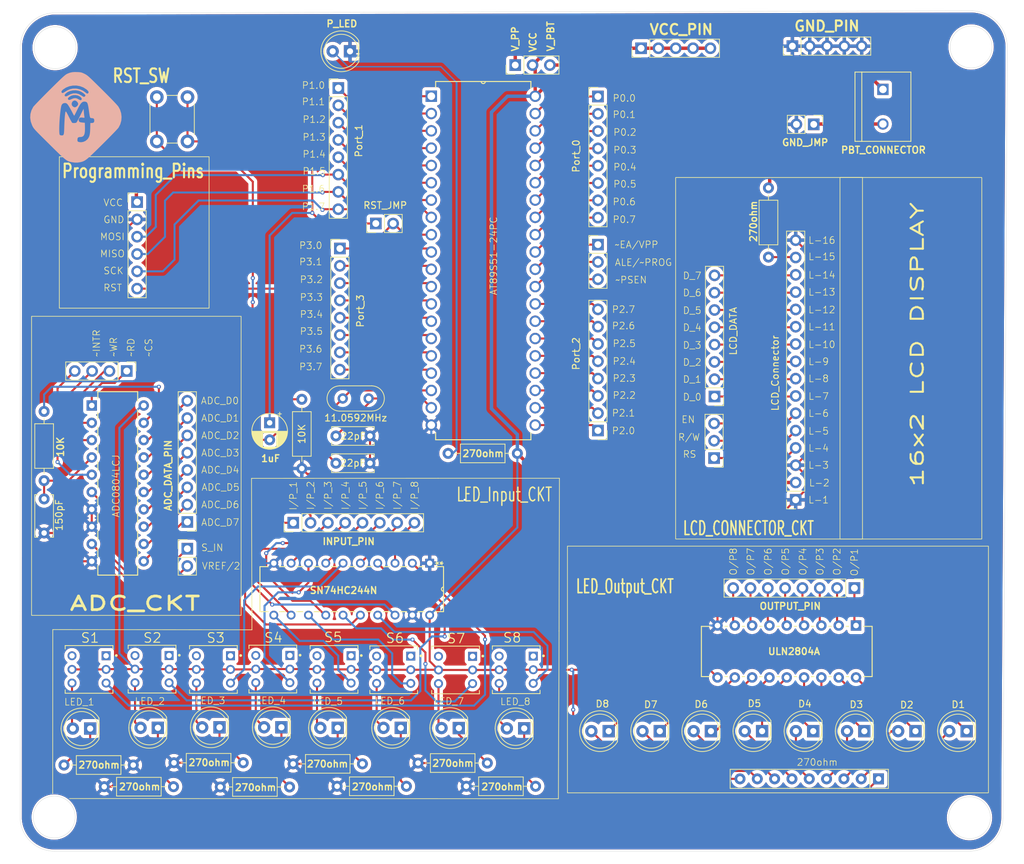
<source format=kicad_pcb>
(kicad_pcb (version 20240108) (generator "pcbnew") (generator_version "8.0")
  (title_block (title "8051_DEV_BOARD") (company "techMake") (comment 1 "KRISHNENDU DINDA") (comment 2 "reachtodinda@gmail.com") (comment 3 "krishnendudinda404@gmail.com") (comment 4 "9134412458"))
  (layers (0 "F.Cu" signal) (31 "B.Cu" signal) (34 "B.Paste" user) (35 "F.Paste" user) (36 "B.SilkS" user "B.Silkscreen") (37 "F.SilkS" user "F.Silkscreen") (38 "B.Mask" user) (39 "F.Mask" user) (44 "Edge.Cuts" user))
  (net 0 "")
  (net 1 "Net-(J3-Pin_1)")
  (net 2 "Net-(10k1-Pad1)")
  (net 3 "GND")
  (net 4 "/VCC")
  (net 5 "Net-(J4-Pin_15)")
  (net 6 "Net-(D9-A)")
  (net 7 "Net-(U1-XTAL2)")
  (net 8 "Net-(U1-XTAL1)")
  (net 9 "Net-(D1-K)")
  (net 10 "Net-(D1-A)")
  (net 11 "Net-(D2-A)")
  (net 12 "Net-(D2-K)")
  (net 13 "Net-(D3-K)")
  (net 14 "Net-(D3-A)")
  (net 15 "Net-(D4-K)")
  (net 16 "Net-(D4-A)")
  (net 17 "Net-(D5-A)")
  (net 18 "Net-(D5-K)")
  (net 19 "Net-(D6-K)")
  (net 20 "Net-(D6-A)")
  (net 21 "Net-(D7-A)")
  (net 22 "Net-(D7-K)")
  (net 23 "Net-(D8-A)")
  (net 24 "Net-(D8-K)")
  (net 25 "/PBT_VCC")
  (net 26 "/PBT_GND")
  (net 27 "/RST")
  (net 28 "Net-(J4-Pin_11)")
  (net 29 "Net-(J4-Pin_14)")
  (net 30 "Net-(J4-Pin_6)")
  (net 31 "Net-(J4-Pin_4)")
  (net 32 "Net-(J4-Pin_12)")
  (net 33 "Net-(J4-Pin_10)")
  (net 34 "Net-(J4-Pin_9)")
  (net 35 "Net-(J4-Pin_7)")
  (net 36 "Net-(J4-Pin_8)")
  (net 37 "Net-(J4-Pin_13)")
  (net 38 "Net-(J4-Pin_5)")
  (net 39 "Net-(J5-Pin_1)")
  (net 40 "Net-(J5-Pin_3)")
  (net 41 "Net-(J5-Pin_2)")
  (net 42 "Net-(Port_0-Pin_2)")
  (net 43 "Net-(Port_0-Pin_5)")
  (net 44 "Net-(Port_0-Pin_1)")
  (net 45 "Net-(Port_0-Pin_4)")
  (net 46 "Net-(Port_0-Pin_7)")
  (net 47 "Net-(Port_0-Pin_3)")
  (net 48 "Net-(Port_0-Pin_6)")
  (net 49 "Net-(Port_1-Pin_4)")
  (net 50 "/MOSI")
  (net 51 "Net-(Port_1-Pin_2)")
  (net 52 "/MISO")
  (net 53 "Net-(Port_1-Pin_1)")
  (net 54 "/SCK")
  (net 55 "Net-(Port_1-Pin_3)")
  (net 56 "Net-(Port_2-Pin_6)")
  (net 57 "Net-(Port_2-Pin_3)")
  (net 58 "Net-(Port_2-Pin_4)")
  (net 59 "Net-(Port_2-Pin_5)")
  (net 60 "Net-(Port_2-Pin_7)")
  (net 61 "Net-(Port_2-Pin_2)")
  (net 62 "Net-(Port_2-Pin_1)")
  (net 63 "/RD")
  (net 64 "/T0")
  (net 65 "/TXD")
  (net 66 "/INT1")
  (net 67 "/INT0")
  (net 68 "/T1")
  (net 69 "/WR")
  (net 70 "Net-(Port_1-Pin_0)")
  (net 71 "Net-(Port_0-Pin_0)")
  (net 72 "Net-(Port_2-Pin_0)")
  (net 73 "/RXD")
  (net 74 "Net-(OUTPUT_LED1-Pin_6)")
  (net 75 "Net-(OUTPUT_LED1-Pin_4)")
  (net 76 "Net-(OUTPUT_LED1-Pin_5)")
  (net 77 "Net-(OUTPUT_LED1-Pin_2)")
  (net 78 "Net-(OUTPUT_LED1-Pin_7)")
  (net 79 "Net-(OUTPUT_LED1-Pin_1)")
  (net 80 "Net-(OUTPUT_LED1-Pin_0)")
  (net 81 "Net-(OUTPUT_LED1-Pin_3)")
  (net 82 "/SW1_LED")
  (net 83 "/SW2_LED")
  (net 84 "/SW3_LED")
  (net 85 "/SW7_LED")
  (net 86 "/SW4_LED")
  (net 87 "/SW8_LED")
  (net 88 "/SW6_LED")
  (net 89 "/SW5_LED")
  (net 90 "/SW_7")
  (net 91 "/SW_4")
  (net 92 "/SW_1")
  (net 93 "/SW_5")
  (net 94 "/SW_2")
  (net 95 "/SW_8")
  (net 96 "/SW_6")
  (net 97 "/SW_3")
  (net 114 "Net-(D10-K)")
  (net 115 "Net-(D11-K)")
  (net 116 "Net-(D12-K)")
  (net 117 "Net-(D14-K)")
  (net 118 "Net-(D15-K)")
  (net 119 "Net-(D13-K)")
  (net 120 "Net-(D16-K)")
  (net 121 "Net-(D17-K)")
  (net 122 "/CLKIN")
  (net 123 "/CLKR")
  (net 124 "/ADC_DB1")
  (net 125 "/ADC_DB6")
  (net 126 "/ADC_DB2")
  (net 127 "/ADC_DB3")
  (net 128 "/ADC_DB4")
  (net 129 "/ADC_DB0")
  (net 130 "/ADC_DB7")
  (net 131 "/ADC_DB5")
  (net 132 "/P_VCC")
  (net 133 "/~INTR")
  (net 134 "/~RD")
  (net 135 "/~WR")
  (net 136 "/~CS")
  (net 137 "/SENSOR_IN")
  (net 138 "/VREF{slash}2")
  (net 139 "/SW_7_out")
  (net 140 "/SW_4_out")
  (net 141 "/SW_1_out")
  (net 142 "/SW_5_out")
  (net 143 "/SW_2_out")
  (net 144 "/SW_8_out")
  (net 145 "/SW_6_out")
  (net 146 "/SW_3_out")
  (footprint "LED_THT:LED_D5.0mm_Clear" (layer "F.Cu") (at 225.175 139.85 180)
    (property "Reference" "D1")
    (property "Value" "LED" (hide yes))
  )
  (footprint "Resistor_THT:R_Array_SIP9" (layer "F.Cu") (at 212.255 146.85 180)
    (property "Reference" "RN1" (hide yes))
    (property "Value" "270ohm" (hide yes))
  )
  (footprint "Resistor_THT:R_Axial_DIN0207_L6.3mm_D2.5mm_P10.16mm_Horizontal" (layer "F.Cu") (at 159.28 99.09 180)
    (property "Reference" "270ohm2" (hide yes))
    (property "Value" "R_US" (hide yes))
  )
  (footprint "Resistor_THT:R_Axial_DIN0207_L6.3mm_D2.5mm_P10.16mm_Horizontal" (layer "F.Cu") (at 196.11 60.12 -90)
    (property "Reference" "270ohm1" (hide yes))
    (property "Value" "R_US" (hide yes))
  )
  (footprint "DPST_PUSH_SWITCH:DPST_PUSH_SWITCH" (layer "F.Cu") (at 114.705 130.79 -90)
    (property "Reference" "S3")
    (property "Value" "TL2230OAF140" (hide yes))
  )
  (footprint "LED_THT:LED_D5.0mm_Clear" (layer "F.Cu") (at 132.925 139.37 180)
    (property "Reference" "D17" (hide yes))
    (property "Value" "LED" (hide yes))
  )
  (footprint "Resistor_THT:R_Axial_DIN0207_L6.3mm_D2.5mm_P10.16mm_Horizontal" (layer "F.Cu") (at 151.795 147.94)
    (property "Reference" "270ohm" (hide yes))
    (property "Value" "R_US" (hide yes))
  )
  (footprint "Connector_PinHeader_2.54mm:PinHeader_1x02_P2.54mm_Vertical" (layer "F.Cu") (at 110.87 113.08)
    (property "Reference" "J6" (hide yes))
    (property "Value" "Conn_01x02" (hide yes))
  )
  (footprint "DPST_PUSH_SWITCH:DPST_PUSH_SWITCH" (layer "F.Cu") (at 141.145 130.84 -90)
    (property "Reference" "S6")
    (property "Value" "TL2230OAF140" (hide yes))
  )
  (footprint "74244:74244" (layer "F.Cu") (at 123.56 122.82 -90)
    (property "Reference" "U3" (hide yes))
    (property "Value" "SN74HC244N" (hide yes))
  )
  (footprint "DPST_PUSH_SWITCH:DPST_PUSH_SWITCH" (layer "F.Cu") (at 123.415 130.74 -90)
    (property "Reference" "S4")
    (property "Value" "TL2230OAF140" (hide yes))
  )
  (footprint "Button_Switch_THT:SW_PUSH_6mm" (layer "F.Cu") (at 106.4 53.3 90)
    (property "Reference" "SW1" (hide yes))
    (property "Value" "SW_Push" (hide yes))
  )
  (footprint "LED_THT:LED_D5.0mm_Clear" (layer "F.Cu") (at 172.675 139.85 180)
    (property "Reference" "D8")
    (property "Value" "LED" (hide yes))
  )
  (footprint "LED_THT:LED_D5.0mm_Clear" (layer "F.Cu") (at 202.675 139.85 180)
    (property "Reference" "D4")
    (property "Value" "LED" (hide yes))
  )
  (footprint "DPST_PUSH_SWITCH:DPST_PUSH_SWITCH" (layer "F.Cu") (at 150.215 130.87 -90)
    (property "Reference" "S7")
    (property "Value" "TL2230OAF140" (hide yes))
  )
  (footprint "Resistor_THT:R_Axial_DIN0207_L6.3mm_D2.5mm_P10.16mm_Horizontal" (layer "F.Cu") (at 132.845 147.94)
    (property "Reference" "270ohm9" (hide yes))
    (property "Value" "R_US" (hide yes))
  )
  (footprint "DPST_PUSH_SWITCH:DPST_PUSH_SWITCH" (layer "F.Cu") (at 159.1125 130.84 -90)
    (property "Reference" "S8")
    (property "Value" "TL2230OAF140" (hide yes))
  )
  (footprint "Resistor_THT:R_Axial_DIN0207_L6.3mm_D2.5mm_P10.16mm_Horizontal" (layer "F.Cu") (at 127.67 91.15 -90)
    (property "Reference" "10k1" (hide yes))
    (property "Value" "R_US" (hide yes))
  )
  (footprint "DPST_PUSH_SWITCH:DPST_PUSH_SWITCH" (layer "F.Cu") (at 132.395 130.79 -90)
    (property "Reference" "S5")
    (property "Value" "TL2230OAF140" (hide yes))
  )
  (footprint "LED_THT:LED_D5.0mm_Clear" (layer "F.Cu") (at 187.675 139.85 180)
    (property "Reference" "D6")
    (property "Value" "LED" (hide yes))
  )
  (footprint "LED_THT:LED_D5.0mm_Clear" (layer "F.Cu") (at 106.555 139.36 180)
    (property "Reference" "D11" (hide yes))
    (property "Value" "LED" (hide yes))
  )
  (footprint "Connector_PinHeader_2.54mm:PinHeader_1x02_P2.54mm_Vertical" (layer "F.Cu") (at 138.52 65.35 90)
    (property "Reference" "J3" (hide yes))
    (property "Value" "Conn_01x02" (hide yes))
  )
  (footprint "Capacitor_THT:CP_Radial_D5.0mm_P2.50mm" (layer "F.Cu") (at 122.95 94.6 -90)
    (property "Reference" "1uF1" (hide yes))
    (property "Value" "C_Polarized_US" (hide yes))
  )
  (footprint "Connector_PinHeader_2.54mm:PinHeader_1x08_P2.54mm_Vertical" (layer "F.Cu") (at 208.715 118.85 -90)
    (property "Reference" "OUTPUT_LED1" (hide yes))
    (property "Value" "Conn_01x08" (hide yes))
  )
  (footprint "Connector_PinHeader_2.54mm:PinHeader_1x03_P2.54mm_Vertical" (layer "F.Cu") (at 188.14 99.77 180)
    (property "Reference" "RS_R/W_EN1" (hide yes))
    (property "Value" "Conn_01x03" (hide yes))
  )
  (footprint "AT89S51-24PC:DIP254P1524X482-40" (layer "F.Cu") (at 161.9 94.93)
    (property "Reference" "U1" (hide yes))
    (property "Value" "AT89S51-24PC" (hide yes))
  )
  (footprint "Resistor_THT:R_Axial_DIN0207_L6.3mm_D2.5mm_P10.16mm_Horizontal" (layer "F.Cu") (at 98.69 148)
    (property "Reference" "270ohm4" (hide yes))
    (property "Value" "R_US" (hide yes))
  )
  (footprint "DPST_PUSH_SWITCH:DPST_PUSH_SWITCH" (layer "F.Cu") (at 96.4625 130.79 -90)
    (property "Reference" "S1")
    (property "Value" "TL2230OAF140" (hide yes))
  )
  (footprint "Resistor_THT:R_Axial_DIN0207_L6.3mm_D2.5mm_P10.16mm_Horizontal" (layer "F.Cu") (at 108.915 144.49)
    (property "Reference" "270ohm5" (hide yes))
    (property "Value" "R_US" (hide yes))
  )
  (footprint "Connector_PinHeader_2.54mm:PinHeader_1x03_P2.54mm_Vertical" (layer "F.Cu") (at 158.97 42.1 90)
    (property "Reference" "J1" (hide yes))
    (property "Value" "VCC_PBT_P" (hide yes))
  )
  (footprint "LED_THT:LED_D5.0mm_Clear" (layer "F.Cu") (at 142.185 139.37 180)
    (property "Reference" "D16" (hide yes))
    (property "Value" "LED" (hide yes))
  )
  (footprint "LED_THT:LED_D5.0mm_Clear" (layer "F.Cu") (at 150.7 139.4 180)
    (property "Reference" "D13" (hide yes))
    (property "Value" "LED" (hide yes))
  )
  (footprint "ULN2804:ULN2804" (layer "F.Cu") (at 208.955 124.35 -90)
    (property "Reference" "U2" (hide yes))
    (property "Value" "ULN2804A" (hide yes))
  )
  (footprint "LED_THT:LED_D5.0mm_Clear" (layer "F.Cu") (at 217.675 139.85 180)
    (property "Reference" "D2")
    (property "Value" "LED" (hide yes))
  )
  (footprint "Connector_PinHeader_2.54mm:PinHeader_1x05_P2.54mm_Vertical" (layer "F.Cu") (at 177.43 39.63 90)
    (property "Reference" "J9" (hide yes))
    (property "Value" "VCC_PINS" (hide yes))
  )
  (footprint "Connector_PinHeader_2.54mm:PinHeader_1x02_P2.54mm_Vertical" (layer "F.Cu") (at 202.75 50.8 -90)
    (property "Reference" "GND_JMP1" (hide yes))
    (property "Value" "Conn_01x02" (hide yes))
  )
  (footprint "LED_THT:LED_D5.0mm_Clear" (layer "F.Cu") (at 134.735 40.08 180)
    (property "Reference" "D9" (hide yes))
    (property "Value" "LED" (hide yes))
  )
  (footprint "LED_THT:LED_D5.0mm_Clear" (layer "F.Cu") (at 124.675 139.28 180)
    (property "Reference" "D14" (hide yes))
    (property "Value" "LED" (hide yes))
  )
  (footprint "Connector_PinHeader_2.54mm:PinHeader_1x08_P2.54mm_Vertical" (layer "F.Cu") (at 171.1 95.73 180)
    (property "Reference" "Port_2")
    (property "Value" "Conn_01x08" (hide yes))
  )
  (footprint "LED_THT:LED_D5.0mm_Clear" (layer "F.Cu") (at 195.175 139.85 180)
    (property "Reference" "D5")
    (property "Value" "LED" (hide yes))
  )
  (footprint "Crystal:Crystal_HC52-U_Vertical" (layer "F.Cu") (at 133.67 91.03)
    (property "Reference" "Y1" (hide yes))
    (property "Value" "11.0592MHz")
  )
  (footprint "LED_THT:LED_D5.0mm_Clear" (layer "F.Cu") (at 180.175 139.85 180)
    (property "Reference" "D7")
    (property "Value" "LED" (hide yes))
  )
  (footprint "Connector_PinHeader_2.54mm:PinHeader_1x08_P2.54mm_Vertical" (layer "F.Cu") (at 126.41 109.27 90)
    (property "Reference" "OUTPUT_LED2" (hide yes))
    (property "Value" "Conn_01x08" (hide yes))
  )
  (footprint "Resistor_THT:R_Axial_DIN0207_L6.3mm_D2.5mm_P10.16mm_Horizontal" (layer "F.Cu") (at 102.945 144.82 180)
    (property "Reference" "270ohm3" (hide yes))
    (property "Value" "R_US" (hide yes))
  )
  (footprint "DPST_PUSH_SWITCH:DPST_PUSH_SWITCH" (layer "F.Cu") (at 105.7025 130.75 -90)
    (property "Reference" "S2")
    (property "Value" "TL2230OAF140" (hide yes))
  )
  (footprint "Connector_PinHeader_2.54mm:PinHeader_1x04_P2.54mm_Vertical" (layer "F.Cu") (at 101.99 87 -90)
    (property "Reference" "J2" (hide yes))
    (property "Value" "CsRdWrIntr" (hide yes))
  )
  (footprint "footprints:DIP20_300_TEX" (layer "F.Cu") (at 96.86 92.06)
    (property "Reference" "U4" (hide yes))
    (property "Value" "ADC0804LCJ" (hide yes))
  )
  (footprint "Resistor_THT:R_Axial_DIN0207_L6.3mm_D2.5mm_P10.16mm_Horizontal" (layer "F.Cu") (at 126.395 144.65)
    (property "Reference" "270ohm10" (hide yes))
    (property "Value" "R_US" (hide yes))
  )
  (footprint "Connector_PinHeader_2.54mm:PinHeader_1x08_P2.54mm_Vertical" (layer "F.Cu") (at 133.02 45.47)
    (property "Reference" "Port_1")
    (property "Value" "Conn_01x08" (hide yes))
  )
  (footprint "PBT:TE_282837-2" (layer "F.Cu") (at 212.9 48.21 -90)
    (property "Reference" "PBT_CONNECTOR1" (hide yes))
    (property "Value" "282837-2" (hide yes))
  )
  (footprint "Resistor_THT:R_Axial_DIN0207_L6.3mm_D2.5mm_P10.16mm_Horizontal" (layer "F.Cu") (at 144.715 144.53)
    (property "Reference" "270ohm8" (hide yes))
    (property "Value" "R_US" (hide yes))
  )
  (footprint "Capacitor_THT:C_Disc_D6.0mm_W2.5mm_P5.00mm" (layer "F.Cu") (at 137.67 100.53 180)
    (property "Reference" "C1" (hide yes))
    (property "Value" "22pF")
  )
  (footprint "LED_THT:LED_D5.0mm_Clear" (layer "F.Cu") (at 210.175 139.85 180)
    (property "Reference" "D3")
    (property "Value" "LED" (hide yes))
  )
  (footprint "LED_THT:LED_D5.0mm_Clear" (layer "F.Cu") (at 96.625 139.47 180)
    (property "Reference" "D10" (hide yes))
    (property "Value" "LED" (hide yes))
  )
  (footprint "Resistor_THT:R_Axial_DIN0207_L6.3mm_D2.5mm_P10.16mm_Horizontal" (layer "F.Cu") (at 115.71 148.04)
    (property "Reference" "270ohm6" (hide yes))
    (property "Value" "R_US" (hide yes))
  )
  (footprint "Connector_PinHeader_2.54mm:PinHeader_1x03_P2.54mm_Vertical" (layer "F.Cu") (at 171.1 68.45)
    (property "Reference" "J5" (hide yes))
    (property "Value" "Conn_01x03" (hide yes))
  )
  (footprint "Connector_PinSocket_2.54mm:PinSocket_1x16_P2.54mm_Vertical" (layer "F.Cu") (at 200.1 105.9 180)
    (property "Reference" "J4" (hide yes))
    (property "Value" "LCD_Connection" (hide yes))
  )
  (footprint "Resistor_THT:R_Axial_DIN0207_L6.3mm_D2.5mm_P10.16mm_Horizontal" (layer "F.Cu") (at 89.87 92.93 -90)
    (property "Reference" "10K2" (hide yes))
    (property "Value" "R_US" (hide yes))
  )
  (footprint "Capacitor_THT:C_Disc_D6.0mm_W2.5mm_P5.00mm" (layer "F.Cu") (at 137.67 96.53 180)
    (property "Reference" "C2" (hide yes))
    (property "Value" "22pF")
  )
  (footprint "Connector_PinHeader_2.54mm:PinHeader_1x08_P2.54mm_Vertical" (layer "F.Cu") (at 188.2 90.74 180)
    (property "Reference" "LCD_DATA1" (hide yes))
    (property "Value" "Conn_01x08" (hide yes))
  )
  (footprint "Connector_PinHeader_2.54mm:PinHeader_1x05_P2.54mm_Vertical" (layer "F.Cu") (at 199.62 39.32 90)
    (property "Reference" "J8" (hide yes))
    (property "Value" "GND_PINS" (hide yes))
  )
  (footprint "LED_THT:LED_D5.0mm_Clear" (layer "F.Cu") (at 115.595 139.29 180)
    (property "Reference" "D12" (hide yes))
    (property "Value" "LED" (hide yes))
  )
  (footprint "Connector_PinHeader_2.54mm:PinHeader_1x08_P2.54mm_Vertical" (layer "F.Cu") (at 133.25 69.02)
    (property "Reference" "Port_3")
    (property "Value" "Conn_01x08" (hide yes))
  )
  (footprint "Capacitor_THT:C_Disc_D6.0mm_W2.5mm_P5.00mm" (layer "F.Cu") (at 89.87 105.77 -90)
    (property "Reference" "C3" (hide yes))
    (property "Value" "150pF")
  )
  (footprint "LED_THT:LED_D5.0mm_Clear" (layer "F.Cu") (at 160.285 139.44 180)
    (property "Reference" "D15" (hide yes))
    (property "Value" "LED" (hide yes))
  )
  (footprint "Connector_PinHeader_2.54mm:PinHeader_1x06_P2.54mm_Vertical" (layer "F.Cu") (at 103.51 62.21)
    (property "Reference" "Programming_Pins1" (hide yes))
    (property "Value" "Conn_01x06" (hide yes))
  )
  (footprint "Connector_PinHeader_2.54mm:PinHeader_1x08_P2.54mm_Vertical" (layer "F.Cu") (at 110.87 109.15 180)
    (property "Reference" "ADC_DATA1" (hide yes))
    (property "Value" "Conn_01x08" (hide yes))
  )
  (footprint "Connector_PinHeader_2.54mm:PinHeader_1x08_P2.54mm_Vertical" (layer "F.Cu") (at 171.1 46.71)
    (property "Reference" "Port_0")
    (property "Value" "Conn_01x08" (hide yes))
  )
  (footprint "LOGO" (layer "B.Cu") (at 94.4 49.95 180)
    (property "Reference" "logo" (hide yes))
    (property "Value" "LOGO" (hide yes))
  )
  (gr_rect (start 92.1 55.55) (end 114.07 77.77) (stroke (width 0.1)) (fill none) (layer "F.SilkS"))
  (gr_rect (start 206.6 58.6) (end 227.4 111.65) (stroke (width 0.1)) (fill none) (layer "F.SilkS"))
  (gr_line (start 165.45 102.7425) (end 165.4 125.14) (stroke (width 0.1)) (layer "F.SilkS"))
  (gr_line (start 120.29 102.7575) (end 147.65 102.7425) (stroke (width 0.1)) (layer "F.SilkS"))
  (gr_line (start 165.3 149.77) (end 93.59 149.74) (stroke (width 0.1)) (layer "F.SilkS"))
  (gr_rect (start 88.03 78.97) (end 118.77 122.86) (stroke (width 0.1)) (fill none) (layer "F.SilkS"))
  (gr_line (start 91.14 124.9425) (end 120.35 124.98) (stroke (width 0.1)) (layer "F.SilkS"))
  (gr_rect (start 166.625 112.7) (end 228.375 148.9) (stroke (width 0.1)) (fill none) (layer "F.SilkS"))
  (gr_line (start 120.35 124.98) (end 120.29 102.7575) (stroke (width 0.1)) (layer "F.SilkS"))
  (gr_rect (start 182.5 58.6) (end 209.9 111.65) (stroke (width 0.1)) (fill none) (layer "F.SilkS"))
  (gr_line (start 91.13 149.01) (end 91.14 124.9425) (stroke (width 0.1)) (layer "F.SilkS"))
  (gr_line (start 165.4 125.14) (end 165.3 149.77) (stroke (width 0.1)) (layer "F.SilkS"))
  (gr_line (start 147.65 102.7425) (end 165.45 102.7425) (stroke (width 0.1)) (layer "F.SilkS"))
  (gr_arc (start 86.381524 39.795035) (mid 87.656657 36.162301) (end 91.1063 34.452717) (stroke (width 0.05)) (layer "Edge.Cuts"))
  (gr_circle (center 225.6 152.55) (end 227.4 155.05) (stroke (width 0.05)) (fill none) (layer "Edge.Cuts"))
  (gr_circle (center 225.831523 39.445035) (end 227.631523 41.945035) (stroke (width 0.05)) (fill none) (layer "Edge.Cuts"))
  (gr_line (start 230.501295 152.649016) (end 231.131522 39.395035) (stroke (width 0.05)) (layer "Edge.Cuts"))
  (gr_circle (center 91.481523 39.545035) (end 93.281523 42.045035) (stroke (width 0.05)) (fill none) (layer "Edge.Cuts"))
  (gr_arc (start 230.501295 152.649016) (mid 229.084431 155.998368) (end 225.75 157.45) (stroke (width 0.05)) (layer "Edge.Cuts"))
  (gr_line (start 86.381524 39.795035) (end 86.35874 152.761954) (stroke (width 0.05)) (layer "Edge.Cuts"))
  (gr_arc (start 91.45 157.449999) (mid 87.962442 156.128919) (end 86.35874 152.761954) (stroke (width 0.05)) (layer "Edge.Cuts"))
  (gr_circle (center 91.35 152.45) (end 93.15 154.95) (stroke (width 0.05)) (fill none) (layer "Edge.Cuts"))
  (gr_line (start 91.45 157.45) (end 225.75 157.45) (stroke (width 0.05)) (layer "Edge.Cuts"))
  (gr_line (start 91.1063 34.452717) (end 225.993699 34.147282) (stroke (width 0.05)) (layer "Edge.Cuts"))
  (gr_arc (start 225.993699 34.147282) (mid 229.618813 35.737081) (end 231.131522 39.395035) (stroke (width 0.05)) (layer "Edge.Cuts"))
  (gr_text "LED_2" (at 103.1 136.05 0) (layer "F.SilkS") (effects (font (size 1 1) (thickness 0.1)) (justify left bottom)))
  (gr_text "ADC_D2" (at 112.85 97.05 0) (layer "F.SilkS") (effects (font (size 1 1) (thickness 0.1)) (justify left bottom)))
  (gr_text "ADC_DATA_PIN" (at 108.65 107.65 90) (layer "F.SilkS") (effects (font (size 1 1) (thickness 0.2) (bold yes)) (justify left bottom)))
  (gr_text "P1.1" (at 127.62 48.06 0) (layer "F.SilkS") (effects (font (size 1 1) (thickness 0.1)) (justify left bottom)))
  (gr_text "I/P_6" (at 139.7 107.45 90) (layer "F.SilkS") (effects (font (size 1 1) (thickness 0.1)) (justify left bottom)))
  (gr_text "OUTPUT_PIN" (at 194.7 122.1 0) (layer "F.SilkS") (effects (font (size 1 1) (thickness 0.2) (bold yes)) (justify left bottom)))
  (gr_text "LCD_CONNECTOR_CKT" (at 183.45 111.25 0) (layer "F.SilkS") (effects (font (size 2 1.2) (thickness 0.24) (bold yes)) (justify left bottom)))
  (gr_text "P0.2" (at 173.3 52.55 0) (layer "F.SilkS") (effects (font (size 1 1) (thickness 0.1)) (justify left bottom)))
  (gr_text "LCD_Connector" (at 197.1 87.3 90) (layer "F.SilkS") (effects (font (size 1 1))))
  (gr_text "P3.5" (at 127.32 81.76 0) (layer "F.SilkS") (effects (font (size 1 1) (thickness 0.1)) (justify left bottom)))
  (gr_text "L-16" (at 201.9 68.4 0) (layer "F.SilkS") (effects (font (size 1 1) (thickness 0.1)) (justify left bottom)))
  (gr_text "S_IN" (at 112.85 113.5 0) (layer "F.SilkS") (effects (font (size 1 1) (thickness 0.1)) (justify left bottom)))
  (gr_text "ADC0804LCJ" (at 101 108.55 90) (layer "F.SilkS") (effects (font (size 1 1) (thickness 0.1)) (justify left bottom)))
  (gr_text "I/P_3" (at 132.1 107.45 90) (layer "F.SilkS") (effects (font (size 1 1) (thickness 0.1)) (justify left bottom)))
  (gr_text "L-7" (at 201.9 91.3 0) (layer "F.SilkS") (effects (font (size 1 1) (thickness 0.1)) (justify left bottom)))
  (gr_text "L-5" (at 201.9 96.4 0) (layer "F.SilkS") (effects (font (size 1 1) (thickness 0.1)) (justify left bottom)))
  (gr_text "V_PP" (at 159.55 40.2 90) (layer "F.SilkS") (effects (font (size 1 1) (thickness 0.2) (bold yes)) (justify left bottom)))
  (gr_text "O/P2" (at 206.75 117.05 90) (layer "F.SilkS") (effects (font (size 1 1) (thickness 0.1)) (justify left bottom)))
  (gr_text "270ohm" (at 100.75 148.6 0) (layer "F.SilkS") (effects (font (size 1 1) (thickness 0.2) (bold yes)) (justify left bottom)))
  (gr_text "LED_1" (at 92.75 136.15 0) (layer "F.SilkS") (effects (font (size 1 1) (thickness 0.1)) (justify left bottom)))
  (gr_text "O/P6" (at 196.65 117.05 90) (layer "F.SilkS") (effects (font (size 1 1) (thickness 0.1)) (justify left bottom)))
  (gr_text "P_LED" (at 131.17 36.62 0) (layer "F.SilkS") (effects (font (size 1 1) (thickness 0.2) (bold yes)) (justify left bottom)))
  (gr_text "D_5" (at 183.5 78.7 0) (layer "F.SilkS") (effects (font (size 1 1) (thickness 0.1)) (justify left bottom)))
  (gr_text "L-13" (at 201.9 76 0) (layer "F.SilkS") (effects (font (size 1 1) (thickness 0.1)) (justify left bottom)))
  (gr_text "L-10" (at 201.9 83.7 0) (layer "F.SilkS") (effects (font (size 1 1) (thickness 0.1)) (justify left bottom)))
  (gr_text "P1.6" (at 127.62 60.86 0) (layer "F.SilkS") (effects (font (size 1 1) (thickness 0.1)) (justify left bottom)))
  (gr_text "L-12" (at 201.9 78.6 0) (layer "F.SilkS") (effects (font (size 1 1) (thickness 0.1)) (justify left bottom)))
  (gr_text "270ohm" (at 200.2 145 0) (layer "F.SilkS") (effects (font (size 1 1) (thickness 0.1)) (justify left bottom)))
  (gr_text "LED_Input_CKT" (at 150.25 106.3 0) (layer "F.SilkS") (effects (font (size 2 1.3) (thickness 0.2) (bold yes)) (justify left bottom)))
  (gr_text "I/P_5" (at 137.2 107.45 90) (layer "F.SilkS") (effects (font (size 1 1) (thickness 0.1)) (justify left bottom)))
  (gr_text "ADC_D6" (at 112.85 107.2 0) (layer "F.SilkS") (effects (font (size 1 1) (thickness 0.1)) (justify left bottom)))
  (gr_text "ADC_D4" (at 112.85 102.1 0) (layer "F.SilkS") (effects (font (size 1 1) (thickness 0.1)) (justify left bottom)))
  (gr_text "ADC_D1" (at 112.85 94.5 0) (layer "F.SilkS") (effects (font (size 1 1) (thickness 0.1)) (justify left bottom)))
  (gr_text "GND_JMP" (at 198 54.05 0) (layer "F.SilkS") (effects (font (size 1 1) (thickness 0.2) (bold yes)) (justify left bottom)))
  (gr_text "270ohm" (at 194.5 68.18 90) (layer "F.SilkS") (effects (font (size 1 1) (thickness 0.2) (bold yes)) (justify left bottom)))
  (gr_text "ADC_D7" (at 112.85 109.8 0) (layer "F.SilkS") (effects (font (size 1 1) (thickness 0.1)) (justify left bottom)))
  (gr_text "P3.4" (at 127.32 79.26 0) (layer "F.SilkS") (effects (font (size 1 1) (thickness 0.1)) (justify left bottom)))
  (gr_text "L-11" (at 201.9 81.1 0) (layer "F.SilkS") (effects (font (size 1 1) (thickness 0.1)) (justify left bottom)))
  (gr_text "270ohm" (at 146.7 145.15 0) (layer "F.SilkS") (effects (font (size 1 1) (thickness 0.2) (bold yes)) (justify left bottom)))
  (gr_text "P2.2" (at 173.2 91.15 0) (layer "F.SilkS") (effects (font (size 1 1) (thickness 0.1)) (justify left bottom)))
  (gr_text "ADC_D5" (at 112.9 104.65 0) (layer "F.SilkS") (effects (font (size 1 1) (thickness 0.1)) (justify left bottom)))
  (gr_text "L-1" (at 201.9 106.5 0) (layer "F.SilkS") (effects (font (size 1 1) (thickness 0.1)) (justify left bottom)))
  (gr_text "P3.3" (at 127.32 76.76 0) (layer "F.SilkS") (effects (font (size 1 1) (thickness 0.1)) (justify left bottom)))
  (gr_text "L-15" (at 201.9 70.8 0) (layer "F.SilkS") (effects (font (size 1 1) (thickness 0.1)) (justify left bottom)))
  (gr_text "D_2" (at 183.5 86.3 0) (layer "F.SilkS") (effects (font (size 1 1) (thickness 0.1)) (justify left bottom)))
  (gr_text "I/P_1" (at 127 107.5 90) (layer "F.SilkS") (effects (font (size 1 1) (thickness 0.1)) (justify left bottom)))
  (gr_text "V_PBT" (at 164.75 40.2 90) (layer "F.SilkS") (effects (font (size 1 1) (thickness 0.2) (bold yes)) (justify left bottom)))
  (gr_text "O/P8" (at 191.55 117.05 90) (layer "F.SilkS") (effects (font (size 1 1) (thickness 0.1)) (justify left bottom)))
  (gr_text "SCK" (at 98.51 72.87 0) (layer "F.SilkS") (effects (font (size 1 1) (thickness 0.1)) (justify left bottom)))
  (gr_text "P3.7" (at 127.22 86.96 0) (layer "F.SilkS") (effects (font (size 1 1) (thickness 0.1)) (justify left bottom)))
  (gr_text "L-6" (at 201.9 93.8 0) (layer "F.SilkS") (effects (font (size 1 1) (thickness 0.1)) (justify left bottom)))
  (gr_text "L-4" (at 201.9 98.9 0) (layer "F.SilkS") (effects (font (size 1 1) (thickness 0.1)) (justify left bottom)))
  (gr_text "MISO" (at 98.01 70.37 0) (layer "F.SilkS") (effects (font (size 1 1) (thickness 0.1)) (justify left bottom)))
  (gr_text "P2.5" (at 173.2 83.55 0) (layer "F.SilkS") (effects (font (size 1 1) (thickness 0.1)) (justify left bottom)))
  (gr_text "P3.0" (at 127.22 69.16 0) (layer "F.SilkS") (effects (font (size 1 1) (thickness 0.1)) (justify left bottom)))
  (gr_text "ADC_CKT" (at 93.37 122.28 0) (layer "F.SilkS") (effects (font (size 2 3) (thickness 0.4) (bold yes)) (justify left bottom)))
  (gr_text "RST_SW" (at 108.5 44.85 0) (layer "F.SilkS") (effects (font (size 2 1.5) (thickness 0.3) (bold yes)) (justify right bottom)))
  (gr_text "LED_3" (at 111.95 135.95 0) (layer "F.SilkS") (effects (font (size 1 1) (thickness 0.1)) (justify left bottom)))
  (gr_text "L-8" (at 201.9 88.7 0) (layer "F.SilkS") (effects (font (size 1 1) (thickness 0.1)) (justify left bottom)))
  (gr_text "~INTR" (at 98.15 84.98 90) (layer "F.SilkS") (effects (font (size 1 1) (thickness 0.1)) (justify left bottom)))
  (gr_text "270ohm" (at 110.95 145.05 0) (layer "F.SilkS") (effects (font (size 1 1) (thickness 0.2) (bold yes)) (justify left bottom)))
  (gr_text "270ohm" (at 117.75 148.7 0) (layer "F.SilkS") (effects (font (size 1 1) (thickness 0.2) (bold yes)) (justify left bottom)))
  (gr_text "P0.4" (at 173.3 57.65 0) (layer "F.SilkS") (effects (font (size 1 1) (thickness 0.1)) (justify left bottom)))
  (gr_text "P0.3" (at 173.3 55.15 0) (layer "F.SilkS") (effects (font (size 1 1) (thickness 0.1)) (justify left bottom)))
  (gr_text "270ohm" (at 153.9 148.6 0) (layer "F.SilkS") (effects (font (size 1 1) (thickness 0.2) (bold yes)) (justify left bottom)))
  (gr_text "270ohm" (at 128.3 145.25 0) (layer "F.SilkS") (effects (font (size 1 1) (thickness 0.2) (bold yes)) (justify left bottom)))
  (gr_text "P1.7" (at 127.62 63.46 0) (layer "F.SilkS") (effects (font (size 1 1) (thickness 0.1)) (justify left bottom)))
  (gr_text "270ohm" (at 134.9 148.6 0) (layer "F.SilkS") (effects (font (size 1 1) (thickness 0.2) (bold yes)) (justify left bottom)))
  (gr_text "L-2" (at 202 104 0) (layer "F.SilkS") (effects (font (size 1 1) (thickness 0.1)) (justify left bottom)))
  (gr_text "P2.4" (at 173.2 86.15 0) (layer "F.SilkS") (effects (font (size 1 1) (thickness 0.1)) (justify left bottom)))
  (gr_text "P0.7" (at 173.2 65.35 0) (layer "F.SilkS") (effects (font (size 1 1) (thickness 0.1)) (justify left bottom)))
  (gr_text "LED_4" (at 120.85 135.95 0) (layer "F.SilkS") (effects (font (size 1 1) (thickness 0.1)) (justify left bottom)))
  (gr_text "~CS" (at 105.8 84.95 90) (layer "F.SilkS") (effects (font (size 1 1) (thickness 0.1)) (justify left bottom)))
  (gr_text "P0.5" (at 173.3 60.15 0) (layer "F.SilkS") (effects (font (size 1 1) (thickness 0.1)) (justify left bottom)))
  (gr_text "LED_7" (at 146.95 136.05 0) (layer "F.SilkS") (effects (font (size 1 1) (thickness 0.1)) (justify left bottom)))
  (gr_text "270ohm" (at 94.8 145.4 0) (layer "F.SilkS") (effects (font (size 1 1) (thickness 0.2) (bold yes)) (justify left bottom)))
  (gr_text "16x2 LCD DISPLAY" (at 218.99 104.24 90) (layer "F.SilkS") (effects (font (size 1.8 3) (thickness 0.3) (bold yes)) (justify left bottom)))
  (gr_text "P2.7" (at 173.1 78.55 0) (layer "F.SilkS") (effects (font (size 1 1) (thickness 0.1)) (justify left bottom)))
  (gr_text "Programming_Pins" (at 92.34 58.83 0) (layer "F.SilkS") (effects (font (size 2 1.5) (thickness 0.3) (bold yes)) (justify left bottom)))
  (gr_text "P2.3" (at 173.2 88.65 0) (layer "F.SilkS") (effects (font (size 1 1) (thickness 0.1)) (justify left bottom)))
  (gr_text "P0.6" (at 173.2 62.75 0) (layer "F.SilkS") (effects (font (size 1 1) (thickness 0.1)) (justify left bottom)))
  (gr_text "O/P4" (at 201.75 117.05 90) (layer "F.SilkS") (effects (font (size 1 1) (thickness 0.1)) (justify left bottom)))
  (gr_text "O/P1" (at 209.3 117.15 90) (layer "F.SilkS") (effects (font (size 1 1) (thickness 0.1)) (justify left bottom)))
  (gr_text "D_4" (at 183.5 81.2 0) (layer "F.SilkS") (effects (font (size 1 1) (thickness 0.1)) (justify left bottom)))
  (gr_text "P1.3" (at 127.72 53.26 0) (layer "F.SilkS") (effects (font (size 1 1) (thickness 0.1)) (justify left bottom)))
  (gr_text "I/P_2" (at 129.55 107.45 90) (layer "F.SilkS") (effects (font (size 1 1) (thickness 0.1)) (justify left bottom)))
  (gr_text "P3.1" (at 127.22 71.56 0) (layer "F.SilkS") (effects (font (size 1 1) (thickness 0.1)) (justify left bottom)))
  (gr_text "GND_PIN" (at 199.74 37.25 0) (layer "F.SilkS") (effects (font (size 1.5 1.5) (thickness 0.3) (bold yes)) (justify left bottom)))
  (gr_text "O/P5" (at 199.2 117.05 90) (layer "F.SilkS") (effects (font (size 1 1) (thickness 0.1)) (justify left bottom)))
  (gr_text "L-9" (at 201.9 86.2 0) (layer "F.SilkS") (effects (font (size 1 1) (thickness 0.1)) (justify left bottom)))
  (gr_text "LED_8" (at 156.7 136.1 0) (layer "F.SilkS") (effects (font (size 1 1) (thickness 0.1)) (justify left bottom)))
  (gr_text "LED_6" (at 138.3 136 0) (layer "F.SilkS") (effects (font (size 1 1) (thickness 0.1)) (justify left bottom)))
  (gr_text "P1.5" (at 127.72 58.26 0) (layer "F.SilkS") (effects (font (size 1 1) (thickness 0.1)) (justify left bottom)))
  (gr_text "LED_5" (at 129.2 136.05 0) (layer "F.SilkS") (effects (font (size 1 1) (thickness 0.1)) (justify left bottom)))
  (gr_text "D_7" (at 183.5 73.6 0) (layer "F.SilkS") (effects (font (size 1 1) (thickness 0.1)) (justify left bottom)))
  (gr_text "D_1" (at 183.5 88.8 0) (layer "F.SilkS") (effects (font (size 1 1) (thickness 0.1)) (justify left bottom)))
  (gr_text "RST" (at 98.51 75.37 0) (layer "F.SilkS") (effects (font (size 1 1) (thickness 0.1)) (justify left bottom)))
  (gr_text "I/P_8" (at 144.8 107.45 90) (layer "F.SilkS") (effects (font (size 1 1) (thickness 0.1)) (justify left bottom)))
  (gr_text "270ohm" (at 151.125 99.7 0) (layer "F.SilkS") (effects (font (size 1 1) (thickness 0.2) (bold yes)) (justify left bottom)))
  (gr_text "INPUT_PIN" (at 130.6 112.6 0) (layer "F.SilkS") (effects (font (size 1 1) (thickness 0.2) (bold yes)) (justify left bottom)))
  (gr_text "RS" (at 183.5 99.8 0) (layer "F.SilkS") (effects (font (size 1 1) (thickness 0.1)) (justify left bottom)))
  (gr_text "SN74HC244N" (at 128.73 119.78 0) (layer "F.SilkS") (effects (font (size 1 1) (thickness 0.2) (bold yes)) (justify left bottom)))
  (gr_text "D_0" (at 183.5 91.4 0) (layer "F.SilkS") (effects (font (size 1 1) (thickness 0.1)) (justify left bottom)))
  (gr_text "MOSI" (at 98.01 67.87 0) (layer "F.SilkS") (effects (font (size 1 1) (thickness 0.1)) (justify left bottom)))
  (gr_text "PBT_CONNECTOR" (at 206.65 55.15 0) (layer "F.SilkS") (effects (font (size 1 1) (thickness 0.2) (bold yes)) (justify left bottom)))
  (gr_text "~WR" (at 100.65 84.95 90) (layer "F.SilkS") (effects (font (size 1 1) (thickness 0.1)) (justify left bottom)))
  (gr_text "AT89S51-24PC" (at 156.38 75.93 90) (layer "F.SilkS") (effects (font (size 1 1) (thickness 0.1)) (justify left bottom)))
  (gr_text "VCC" (at 162.15 40.3 90) (layer "F.SilkS") (effects (font (size 1 1) (thickness 0.2) (bold yes)) (justify left bottom)))
  (gr_text "VCC" (at 98.51 62.87 0) (layer "F.SilkS") (effects (font (size 1 1) (thickness 0.1)) (justify left bottom)))
  (gr_text "~RD" (at 103.2 84.95 90) (layer "F.SilkS") (effects (font (size 1 1) (thickness 0.1)) (justify left bottom)))
  (gr_text "P2.0" (at 173.1 96.35 0) (layer "F.SilkS") (effects (font (size 1 1) (thickness 0.1)) (justify left bottom)))
  (gr_text "O/P7" (at 194.1 117.05 90) (layer "F.SilkS") (effects (font (size 1 1) (thickness 0.1)) (justify left bottom)))
  (gr_text "P1.2" (at 127.72 50.66 0) (layer "F.SilkS") (effects (font (size 1 1) (thickness 0.1)) (justify left bottom)))
  (gr_text "GND" (at 98.51 65.37 0) (layer "F.SilkS") (effects (font (size 1 1) (thickness 0.1)) (justify left bottom)))
  (gr_text "L-3" (at 201.9 101.4 0) (layer "F.SilkS") (effects (font (size 1 1) (thickness 0.1)) (justify left bottom)))
  (gr_text "I/P_4" (at 134.65 107.45 90) (layer "F.SilkS") (effects (font (size 1 1) (thickness 0.1)) (justify left bottom)))
  (gr_text "P3.6" (at 127.22 84.36 0) (layer "F.SilkS") (effects (font (size 1 1) (thickness 0.1)) (justify left bottom)))
  (gr_text "P2.1" (at 173.1 93.75 0) (layer "F.SilkS") (effects (font (size 1 1) (thickness 0.1)) (justify left bottom)))
  (gr_text "P0.1" (at 173.2 49.95 0) (layer "F.SilkS") (effects (font (size 1 1) (thickness 0.1)) (justify left bottom)))
  (gr_text "R/W" (at 182.8 97.3 0) (layer "F.SilkS") (effects (font (size 1 1) (thickness 0.1)) (justify left bottom)))
  (gr_text "P1.4" (at 127.72 55.76 0) (layer "F.SilkS") (effects (font (size 1 1) (thickness 0.1)) (justify left bottom)))
  (gr_text "P2.6" (at 173.1 80.95 0) (layer "F.SilkS") (effects (font (size 1 1) (thickness 0.1)) (justify left bottom)))
  (gr_text "1uF" (at 121.6 100.425 0) (layer "F.SilkS") (effects (font (size 1 1) (thickness 0.2) (bold yes)) (justify left bottom)))
  (gr_text "P0.0" (at 173.2 47.55 0) (layer "F.SilkS") (effects (font (size 1 1) (thickness 0.1)) (justify left bottom)))
  (gr_text "ADC_D3" (at 112.85 99.6 0) (layer "F.SilkS") (effects (font (size 1 1) (thickness 0.1)) (justify left bottom)))
  (gr_text "P3.2" (at 127.32 74.16 0) (layer "F.SilkS") (effects (font (size 1 1) (thickness 0.1)) (justify left bottom)))
  (gr_text "~EA/VPP" (at 173.5 69.04 0) (layer "F.SilkS") (effects (font (size 1 1) (thickness 0.1)) (justify left bottom)))
  (gr_text "ALE/~PROG" (at 173.52 71.65 0) (layer "F.SilkS") (effects (font (size 1 1) (thickness 0.1)) (justify left bottom)))
  (gr_text "EN" (at 183.3 94.7 0) (layer "F.SilkS") (effects (font (size 1 1) (thickness 0.1)) (justify left bottom)))
  (gr_text "ADC_D0" (at 112.8 91.95 0) (layer "F.SilkS") (effects (font (size 1 1) (thickness 0.1)) (justify left bottom)))
  (gr_text "VCC_PIN" (at 178.52 37.76 0) (layer "F.SilkS") (effects (font (size 1.5 1.5) (thickness 0.3) (bold yes)) (justify left bottom)))
  (gr_text "L-14" (at 201.9 73.5 0) (layer "F.SilkS") (effects (font (size 1 1) (thickness 0.1)) (justify left bottom)))
  (gr_text "D_6" (at 183.5 76.1 0) (layer "F.SilkS") (effects (font (size 1 1) (thickness 0.1)) (justify left bottom)))
  (gr_text "~PSEN" (at 173.59 74.21 0) (layer "F.SilkS") (effects (font (size 1 1) (thickness 0.1)) (justify left bottom)))
  (gr_text "P1.0" (at 127.62 45.66 0) (layer "F.SilkS") (effects (font (size 1 1) (thickness 0.1)) (justify left bottom)))
  (gr_text "ULN2804A" (at 195.945 128.74 0) (layer "F.SilkS") (effects (font (size 1 1) (thickness 0.2) (bold yes)) (justify left bottom)))
  (gr_text "LED_Output_CKT" (at 167.755 119.77 0) (layer "F.SilkS") (effects (font (size 2 1.2) (thickness 0.24) (bold yes)) (justify left bottom)))
  (gr_text "I/P_7" (at 142.25 107.45 90) (layer "F.SilkS") (effects (font (size 1 1) (thickness 0.1)) (justify left bottom)))
  (gr_text "VREF/2" (at 112.95 116.2 0) (layer "F.SilkS") (effects (font (size 1 1) (thickness 0.1)) (justify left bottom)))
  (gr_text "10K" (at 92.85 99.71 90) (layer "F.SilkS") (effects (font (size 1 1) (thickness 0.2) (bold yes)) (justify left bottom)))
  (gr_text "D_3" (at 183.5 83.8 0) (layer "F.SilkS") (effects (font (size 1 1) (thickness 0.1)) (justify left bottom)))
  (gr_text "O/P3" (at 204.25 117.05 90) (layer "F.SilkS") (effects (font (size 1 1) (thickness 0.1)) (justify left bottom)))
  (segment (start 129.2 63.8) (end 129.2 55.35) (width 0.3) (layer "F.Cu") (net 1))
  (segment (start 127.15 53.3) (end 110.9 53.3) (width 0.3) (layer "F.Cu") (net 1))
  (segment (start 138.52 65.35) (end 130.75 65.35) (width 0.3) (layer "F.Cu") (net 1))
  (segment (start 130.75 65.35) (end 129.2 63.8) (width 0.3) (layer "F.Cu") (net 1))
  (segment (start 110.9 53.3) (end 110.9 46.8) (width 0.3) (layer "F.Cu") (net 1))
  (segment (start 129.2 55.35) (end 127.15 53.3) (width 0.3) (layer "F.Cu") (net 1))
  (via (at 129.2 63.8) (size 0.6) (drill 0.3) (layers "F.Cu" "B.Cu") (net 1))
  (segment (start 126.26 63.8) (end 122.95 67.11) (width 0.3) (layer "B.Cu") (net 1))
  (segment (start 122.95 67.11) (end 122.95 94.6) (width 0.3) (layer "B.Cu") (net 1))
  (segment (start 129.2 63.8) (end 126.26 63.8) (width 0.3) (layer "B.Cu") (net 1))
  (segment (start 120.44 94.45) (end 120.44 76.93) (width 0.3) (layer "F.Cu") (net 2))
  (segment (start 120.44 95.83) (end 120.44 94.45) (width 0.3) (layer "F.Cu") (net 2))
  (segment (start 120.48 59.22) (end 118.32 57.06) (width 0.3) (layer "F.Cu") (net 2))
  (segment (start 106.4 46.8) (end 106.4 53.3) (width 0.3) (layer "F.Cu") (net 2))
  (segment (start 125.33 91.96) (end 125.33 94.72) (width 0.3) (layer "F.Cu") (net 2))
  (segment (start 121.71 97.1) (end 120.79 96.18) (width 0.3) (layer "F.Cu") (net 2))
  (segment (start 120.48 73.36) (end 120.48 59.22) (width 0.3) (layer "F.Cu") (net 2))
  (segment (start 125.33 94.72) (end 122.95 97.1) (width 0.3) (layer "F.Cu") (net 2))
  (segment (start 120.79 96.18) (end 120.44 95.83) (width 0.3) (layer "F.Cu") (net 2))
  (segment (start 120.44 76.93) (end 120.48 76.89) (width 0.3) (layer "F.Cu") (net 2))
  (segment (start 127.67 91.15) (end 126.14 91.15) (width 0.3) (layer "F.Cu") (net 2))
  (segment (start 126.14 91.15) (end 125.33 91.96) (width 0.3) (layer "F.Cu") (net 2))
  (segment (start 110.16 57.06) (end 106.4 53.3) (width 0.3) (layer "F.Cu") (net 2))
  (segment (start 122.95 97.1) (end 121.71 97.1) (width 0.3) (layer "F.Cu") (net 2))
  (segment (start 118.32 57.06) (end 110.16 57.06) (width 0.3) (layer "F.Cu") (net 2))
  (via (at 120.48 76.89) (size 0.6) (drill 0.3) (layers "F.Cu" "B.Cu") (net 2))
  (via (at 120.48 73.36) (size 0.6) (drill 0.3) (layers "F.Cu" "B.Cu") (net 2))
  (segment (start 120.48 76.89) (end 120.48 73.36) (width 0.3) (layer "B.Cu") (net 2))
  (segment (start 120.48 73.36) (end 120.48 73.3) (width 0.3) (layer "B.Cu") (net 2))
  (segment (start 207.24 39.32) (end 209.78 39.32) (width 0.5) (layer "F.Cu") (net 3))
  (segment (start 202.49 70.19) (end 202.49 98.43) (width 0.3) (layer "F.Cu") (net 3))
  (segment (start 96.86 109.84) (end 96.86 107.3) (width 0.3) (layer "F.Cu") (net 3))
  (segment (start 96.86 114.92) (end 94.02 114.92) (width 0.3) (layer "F.Cu") (net 3))
  (segment (start 132.845 147.94) (end 130.885 149.9) (width 0.3) (layer "F.Cu") (net 3))
  (segment (start 199.62 39.32) (end 202.16 39.32) (width 0.5) (layer "F.Cu") (net 3))
  (segment (start 102.945 144.82) (end 99.765 148) (width 0.3) (layer "F.Cu") (net 3))
  (segment (start 100.57 149.91) (end 113.84 149.91) (width 0.3) (layer "F.Cu") (net 3))
  (segment (start 204.7 39.32) (end 202.16 39.32) (width 0.5) (layer "F.Cu") (net 3))
  (segment (start 134.92 150.11) (end 149.625 150.11) (width 0.3) (layer "F.Cu") (net 3))
  (segment (start 127.67 101.31) (end 122.28 101.31) (width 0.3) (layer "F.Cu") (net 3))
  (segment (start 200.1 100.82) (end 200.11 100.82) (width 0.3) (layer "F.Cu") (net 3))
  (segment (start 111.07 80.15) (end 102.59 80.15) (width 0.3) (layer "F.Cu") (net 3))
  (segment (start 99.765 148) (end 98.69 148) (width 0.3) (layer "F.Cu") (net 3))
  (segment (start 200.21 67.69) (end 200.1 67.8) (width 0.3) (layer "F.Cu") (net 3))
  (segment (start 137.67 96.53) (end 137.67 100.53) (width 0.3) (layer "F.Cu") (net 3))
  (segment (start 89.87 110.77) (end 95.93 110.77) (width 0.3) (layer "F.Cu") (net 3))
  (segment (start 183.45 115.2) (end 188.64 120.39) (width 0.3) (layer "F.Cu") (net 3))
  (segment (start 200.21 50.8) (end 200.21 67.69) (width 0.3) (layer "F.Cu") (net 3))
  (segment (start 99.54 68.52) (end 103.31 64.75) (width 0.3) (layer "F.Cu") (net 3))
  (segment (start 130.885 149.9) (end 117.57 149.9) (width 0.3) (layer "F.Cu") (net 3))
  (segment (start 188.635 117.365) (end 188.635 120.395) (width 0.3) (layer "F.Cu") (net 3))
  (segment (start 98.69 148.03) (end 100.57 149.91) (width 0.3) (layer "F.Cu") (net 3))
  (segment (start 122.28 101.31) (end 117.35 96.38) (width 0.3) (layer "F.Cu") (net 3))
  (segment (start 132.845 147.94) (end 132.845 148.035) (width 0.3) (layer "F.Cu") (net 3))
  (segment (start 113.84 149.91) (end 115.71 148.04) (width 0.3) (layer "F.Cu") (net 3))
  (segment (start 201.77 104.23) (end 200.1 105.9) (width 0.3) (layer "F.Cu") (net 3))
  (segment (start 108.915 144.49) (end 112.16 144.49) (width 0.3) (layer "F.Cu") (net 3))
  (segment (start 200.1 105.9) (end 188.635 117.365) (width 0.3) (layer "F.Cu") (net 3))
  (segment (start 102.59 80.15) (end 99.54 77.1) (width 0.3) (layer "F.Cu") (net 3))
  (segment (start 94.02 114.92) (end 89.87 110.77) (width 0.3) (layer "F.Cu") (net 3))
  (segment (start 132.845 148.035) (end 134.92 150.11) (width 0.3) (layer "F.Cu") (net 3))
  (segment (start 200.1 67.8) (end 202.49 70.19) (width 0.3) (layer "F.Cu") (net 3))
  (segment (start 99.54 77.1) (end 99.54 68.52) (width 0.3) (layer "F.Cu") (net 3))
  (segment (start 146.42 115.2) (end 183.45 115.2) (width 0.3) (layer "F.Cu") (net 3))
  (segment (start 146.42 115.2) (end 146.42 111.03) (width 0.3) (layer "F.Cu") (net 3))
  (segment (start 112.16 144.49) (end 115.71 148.04) (width 0.3) (layer "F.Cu") (net 3))
  (segment (start 149.625 150.11) (end 151.795 147.94) (width 0.3) (layer "F.Cu") (net 3))
  (segment (start 200.11 100.82) (end 201.77 102.48) (width 0.3) (layer "F.Cu") (net 3))
  (segment (start 204.7 39.32) (end 207.24 39.32) (width 0.5) (layer "F.Cu") (net 3))
  (segment (start 128.469999 102.109999) (end 136.090001 102.109999) (width 0.3) (layer "F.Cu") (net 3))
  (segment (start 148.385 144.53) (end 151.795 147.94) (width 0.3) (layer "F.Cu") (net 3))
  (segment (start 117.35 86.43) (end 111.07 80.15) (width 0.3) (layer "F.Cu") (net 3))
  (segment (start 126.395 144.65) (end 129.555 144.65) (width 0.3) (layer "F.Cu") (net 3))
  (segment (start 146.42 111.03) (end 151.545 105.905) (width 0.3) (layer "F.Cu") (net 3))
  (segment (start 129.555 144.65) (end 132.845 147.94) (width 0.3) (layer "F.Cu") (net 3))
  (segment (start 188.64 120.39) (end 188.635 120.395) (width 0.3) (layer "F.Cu") (net 3))
  (segment (start 202.49 98.43) (end 200.1 100.82) (width 0.3) (layer "F.Cu") (net 3))
  (segment (start 151.55 105.9) (end 151.545 105.905) (width 0.3) (layer "F.Cu") (net 3))
  (segment (start 188.635 120.395) (end 188.635 124.35) (width 0.3) (layer "F.Cu") (net 3))
  (segment (start 136.090001 102.109999) (end 137.67 100.53) (width 0.3) (layer "F.Cu") (net 3))
  (segment (start 117.35 96.38) (end 117.35 86.43) (width 0.3) (layer "F.Cu") (net 3))
  (segment (start 103.31 64.75) (end 103.51 64.75) (width 0.3) (layer "F.Cu") (net 3))
  (segment (start 201.77 102.48) (end 201.77 104.23) (width 0.3) (layer "F.Cu") (net 3))
  (segment (start 127.67 101.31) (end 128.469999 102.109999) (width 0.3) (layer "F.Cu") (net 3))
  (segment (start 95.93 110.77) (end 96.86 109.84) (width 0.3) (layer "F.Cu") (net 3))
  (segment (start 144.715 144.53) (end 148.385 144.53) (width 0.3) (layer "F.Cu") (net 3))
  (segment (start 117.57 149.9) (end 115.71 148.04) (width 0.3) (layer "F.Cu") (net 3))
  (segment (start 98.69 148) (end 98.69 148.03) (width 0.3) (layer "F.Cu") (net 3))
  (via (at 151.545 105.905) (size 0.6) (drill 0.3) (layers "F.Cu" "B.Cu") (net 3))
  (segment (start 123.56 115.2) (end 121.99 115.2) (width 0.3) (layer "B.Cu") (net 3))
  (segment (start 155.18 36.53) (end 151 40.71) (width 0.3) (layer "B.Cu") (net 3))
  (segment (start 182.13 124.35) (end 168.21 138.27) (width 0.3) (layer "B.Cu") (net 3))
  (segment (start 138.26 101.12) (end 146.76 101.12) (width 0.3) (layer "B.Cu") (net 3))
  (segment (start 199.62 44.25) (end 199.62 39.32) (width 0.3) (layer "B.Cu") (net 3))
  (segment (start 120.83 114.04) (end 120.83 105.23) (width 0.3) (layer "B.Cu") (net 3))
  (segment (start 123.98 102.07) (end 124.74 101.31) (width 0.3) (layer "B.Cu") (net 3))
  (segment (start 146.77 101.13) (end 151.545 105.905) (width 0.3) (layer "B.Cu") (net 3))
  (segment (start 146.76 101.12) (end 146.77 101.13) (width 0.3) (layer "B.Cu") (net 3))
  (segment (start 87.98 108.88) (end 89.87 110.77) (width 0.3) (layer "B.Cu") (net 3))
  (segment (start 137.67 100.53) (end 138.26 101.12) (width 0.3) (layer "B.Cu") (net 3))
  (segment (start 200.21 44.84) (end 200.21 50.8) (width 0.3) (layer "B.Cu") (net 3))
  (segment (start 146.42 120.28) (end 143.88 122.82) (width 0.3) (layer "B.Cu") (net 3))
  (segment (start 121.99 115.2) (end 120.83 114.04) (width 0.3) (layer "B.Cu") (net 3))
  (segment (start 200.21 44.84) (end 191.9 36.53) (width 0.3) (layer "B.Cu") (net 3))
  (segment (start 191.9 36.53) (end 155.18 36.53) (width 0.3) (layer "B.Cu") (net 3))
  (segment (start 151 40.71) (end 135.365 40.71) (width 0.3) (layer "B.Cu") (net 3))
  (segment (start 155.44 147.94) (end 151.795 147.94) (width 0.3) (layer "B.Cu") (net 3))
  (segment (start 87.98 75.63) (end 87.98 108.88) (width 0.3) (layer "B.Cu") (net 3))
  (segment (start 165.11 138.27) (end 155.44 147.94) (width 0.3) (layer "B.Cu") (net 3))
  (segment (start 98.86 64.75) (end 87.98 75.63) (width 0.3) (layer "B.Cu") (net 3))
  (segment (start 146.42 115.2) (end 146.42 120.28) (width 0.3) (layer "B.Cu") (net 3))
  (segment (start 124.74 101.31) (end 127.67 101.31) (width 0.3) (layer "B.Cu") (net 3))
  (segment (start 135.365 40.71) (end 134.735 40.08) (width 0.3) (layer "B.Cu") (net 3))
  (segment (start 103.51 64.75) (end 98.86 64.75) (width 0.3) (layer "B.Cu") (net 3))
  (segment (start 123.98 102.08) (end 123.98 102.07) (width 0.3) (layer "B.Cu") (net 3))
  (segment (start 120.83 105.23) (end 123.98 102.08) (width 0.3) (layer "B.Cu") (net 3))
  (segment (start 168.21 138.27) (end 165.11 138.27) (width 0.3) (layer "B.Cu") (net 3))
  (segment (start 146.66 94.93) (end 146.66 101.02) (width 0.3) (layer "B.Cu") (net 3))
  (segment (start 200.21 44.84) (end 199.62 44.25) (width 0.3) (layer "B.Cu") (net 3))
  (segment (start 188.635 124.35) (end 182.13 124.35) (width 0.3) (layer "B.Cu") (net 3))
  (segment (start 146.66 101.02) (end 146.77 101.13) (width 0.3) (layer "B.Cu") (net 3))
  (segment (start 196.29 59.94) (end 196.11 60.12) (width 0.5) (layer "F.Cu") (net 4))
  (segment (start 120.915 130.74) (end 125.915 130.74) (width 0.3) (layer "F.Cu") (net 4))
  (segment (start 161.9 46.67) (end 164.48 44.09) (width 0.5) (layer "F.Cu") (net 4))
  (segment (start 147.685 130.84) (end 147.715 130.87) (width 0.3) (layer "F.Cu") (net 4))
  (segment (start 146.42 122.82) (end 146.42 129.575) (width 0.3) (layer "F.Cu") (net 4))
  (segment (start 163.98 39.63) (end 177.43 39.63) (width 0.5) (layer "F.Cu") (net 4))
  (segment (start 167.47 136.6975) (end 167.47 145.42) (width 0.3) (layer "F.Cu") (net 4))
  (segment (start 172.24 150.19) (end 208.915 150.19) (width 0.3) (layer "F.Cu") (net 4))
  (segment (start 112.205 130.79) (end 117.205 130.79) (width 0.3) (layer "F.Cu") (net 4))
  (segment (start 103.2025 130.75) (end 108.2025 130.75) (width 0.3) (layer "F.Cu") (net 4))
  (segment (start 120.865 130.79) (end 120.915 130.74) (width 0.3) (layer "F.Cu") (net 4))
  (segment (start 163.55 103.36) (end 200.1 103.36) (width 0.5) (layer "F.Cu") (net 4))
  (segment (start 156.6125 130.84) (end 161.6125 130.84) (width 0.3) (layer "F.Cu") (net 4))
  (segment (start 143.645 130.84) (end 147.685 130.84) (width 0.3) (layer "F.Cu") (net 4))
  (segment (start 112.165 130.75) (end 112.205 130.79) (width 0.3) (layer "F.Cu") (net 4))
  (segment (start 185.05 39.63) (end 187.59 39.63) (width 0.5) (layer "F.Cu") (net 4))
  (segment (start 161.6125 130.84) (end 167.26 130.84) (width 0.3) (layer "F.Cu") (net 4))
  (segment (start 208.915 150.19) (end 212.255 146.85) (width 0.3) (layer "F.Cu") (net 4))
  (segment (start 147.715 130.87) (end 152.715 130.87) (width 0.3) (layer "F.Cu") (net 4))
  (segment (start 108.2025 130.75) (end 112.165 130.75) (width 0.3) (layer "F.Cu") (net 4))
  (segment (start 167.47 145.42) (end 172.24 150.19) (width 0.3) (layer "F.Cu") (net 4))
  (segment (start 117.205 130.79) (end 120.865 130.79) (width 0.3) (layer "F.Cu") (net 4))
  (segment (start 135.12 130.84) (end 138.645 130.84) (width 0.3) (layer "F.Cu") (net 4))
  (segment (start 93.9625 130.79) (end 98.9625 130.79) (width 0.3) (layer "F.Cu") (net 4))
  (segment (start 164.48 44.09) (end 188.59 44.09) (width 0.5) (layer "F.Cu") (net 4))
  (segment (start 196.29 51.79) (end 196.29 59.94) (width 0.5) (layer "F.Cu") (net 4))
  (segment (start 188.59 44.09) (end 196.29 51.79) (width 0.5) (layer "F.Cu") (net 4))
  (segment (start 161.51 42.1) (end 163.98 39.63) (width 0.5) (layer "F.Cu") (net 4))
  (segment (start 103.2025 130.75) (end 99.0025 130.75) (width 0.3) (layer "F.Cu") (net 4))
  (segment (start 161.9 46.67) (end 161.9 42.49) (width 0.5) (layer "F.Cu") (net 4))
  (segment (start 129.895 130.79) (end 134.895 130.79) (width 0.3) (layer "F.Cu") (net 4))
  (segment (start 161.9 42.49) (end 161.51 42.1) (width 0.5) (layer "F.Cu") (net 4))
  (segment (start 135.07 130.79) (end 135.12 130.84) (width 0.3) (layer "F.Cu") (net 4))
  (segment (start 167.26 130.84) (end 187.505 130.84) (width 0.3) (layer "F.Cu") (net 4))
  (segment (start 187.505 130.84) (end 188.635 131.97) (width 0.3) (layer "F.Cu") (net 4))
  (segment (start 177.43 39.63) (end 179.97 39.63) (width 0.5) (layer "F.Cu") (net 4))
  (segment (start 99.0025 130.75) (end 98.9625 130.79) (width 0.3) (layer "F.Cu") (net 4))
  (segment (start 146.42 129.575) (end 147.715 130.87) (width 0.3) (layer "F.Cu") (net 4))
  (segment (start 152.715 130.87) (end 156.5825 130.87) (width 0.3) (layer "F.Cu") (net 4))
  (segment (start 129.845 130.74) (end 129.895 130.79) (width 0.3) (layer "F.Cu") (net 4))
  (segment (start 156.5825 130.87) (end 156.6125 130.84) (width 0.3) (layer "F.Cu") (net 4))
  (segment (start 125.915 130.74) (end 129.845 130.74) (width 0.3) (layer "F.Cu") (net 4))
  (segment (start 138.645 130.84) (end 143.645 130.84) (width 0.3) (layer "F.Cu") (net 4))
  (segment (start 179.97 39.63) (end 182.51 39.63) (width 0.5) (layer "F.Cu") (net 4))
  (segment (start 134.895 130.79) (end 135.07 130.79) (width 0.3) (layer "F.Cu") (net 4))
  (segment (start 159.28 99.09) (end 163.55 103.36) (width 0.5) (layer "F.Cu") (net 4))
  (segment (start 182.51 39.63) (end 185.05 39.63) (width 0.5) (layer "F.Cu") (net 4))
  (via (at 167.47 136.6975) (size 0.6) (drill 0.3) (layers "F.Cu" "B.Cu") (net 4))
  (via (at 167.26 130.84) (size 0.6) (drill 0.3) (layers "F.Cu" "B.Cu") (net 4))
  (segment (start 104.19 92.06) (end 100.91 95.34) (width 0.3) (layer "B.Cu") (net 4))
  (segment (start 161.9 46.67) (end 157.84 46.67) (width 0.5) (layer "B.Cu") (net 4))
  (segment (start 155.49 92.53) (end 159.28 96.32) (width 0.5) (layer "B.Cu") (net 4))
  (segment (start 100.91 128.4575) (end 103.2025 130.75) (width 0.3) (layer "B.Cu") (net 4))
  (segment (start 104.48 92.06) (end 104.19 92.06) (width 0.3) (layer "B.Cu") (net 4))
  (segment (start 167.47 131.05) (end 167.26 130.84) (width 0.3) (layer "B.Cu") (net 4))
  (segment (start 100.91 95.34) (end 100.91 128.4575) (width 0.3) (layer "B.Cu") (net 4))
  (segment (start 167.47 136.6975) (end 167.47 131.05) (width 0.3) (layer "B.Cu") (net 4))
  (segment (start 159.28 96.32) (end 159.28 99.09) (width 0.5) (layer "B.Cu") (net 4))
  (segment (start 159.28 109.96) (end 159.28 99.09) (width 0.3) (layer "B.Cu") (net 4))
  (segment (start 146.42 122.82) (end 159.28 109.96) (width 0.3) (layer "B.Cu") (net 4))
  (segment (start 155.49 49.02) (end 155.49 92.53) (width 0.5) (layer "B.Cu") (net 4))
  (segment (start 157.84 46.67) (end 155.49 49.02) (width 0.5) (layer "B.Cu") (net 4))
  (segment (start 200.04 70.28) (end 200.1 70.34) (width 0.3) (layer "F.Cu") (net 5))
  (segment (start 196.11 70.28) (end 200.04 70.28) (width 0.3) (layer "F.Cu") (net 5))
  (segment (start 148.06 42.34) (end 150.37 44.65) (width 0.2) (layer "B.Cu") (net 6))
  (segment (start 150.37 98.53) (end 150.37 44.65) (width 0.3) (layer "B.Cu") (net 6))
  (segment (start 149.81 99.09) (end 149.12 99.09) (width 0.3) (layer "B.Cu") (net 6))
  (segment (start 132.195 40.08) (end 134.455 42.34) (width 0.2) (layer "B.Cu") (net 6))
  (segment (start 150.37 98.53) (end 149.81 99.09) (width 0.3) (layer "B.Cu") (net 6))
  (segment (start 134.455 42.34) (end 148.06 42.34) (width 0.2) (layer "B.Cu") (net 6))
  (segment (start 134.85 89.85) (end 146.66 89.85) (width 0.3) (layer "F.Cu") (net 7))
  (segment (start 131.15 93.55) (end 131.15 99.01) (width 0.3) (layer "F.Cu") (net 7))
  (segment (start 133.67 91.03) (end 134.85 89.85) (width 0.3) (layer "F.Cu") (net 7))
  (segment (start 131.15 99.01) (end 132.67 100.53) (width 0.3) (layer "F.Cu") (net 7))
  (segment (start 133.67 91.03) (end 131.15 93.55) (width 0.3) (layer "F.Cu") (net 7))
  (segment (start 132.67 96.53) (end 137.47 91.73) (width 0.3) (layer "F.Cu") (net 8))
  (segment (start 145.3 91.03) (end 146.66 92.39) (width 0.3) (layer "F.Cu") (net 8))
  (segment (start 137.47 91.73) (end 137.47 91.03) (width 0.3) (layer "F.Cu") (net 8))
  (segment (start 137.47 91.03) (end 145.3 91.03) (width 0.3) (layer "F.Cu") (net 8))
  (segment (start 211.435 134.45) (end 219.775 134.45) (width 0.3) (layer "F.Cu") (net 9))
  (segment (start 219.775 134.45) (end 225.175 139.85) (width 0.3) (layer "F.Cu") (net 9))
  (segment (start 208.955 131.97) (end 211.435 134.45) (width 0.3) (layer "F.Cu") (net 9))
  (segment (start 218.095 144.39) (end 222.635 139.85) (width 0.3) (layer "F.Cu") (net 10))
  (segment (start 212.175 144.39) (end 218.095 144.39) (width 0.3) (layer "F.Cu") (net 10))
  (segment (start 209.715 146.85) (end 212.175 144.39) (width 0.3) (layer "F.Cu") (net 10))
  (segment (start 207.175 146.85) (end 214.175 139.85) (width 0.3) (layer "F.Cu") (net 11))
  (segment (start 214.175 139.85) (end 215.135 139.85) (width 0.3) (layer "F.Cu") (net 11))
  (segment (start 206.415 131.97) (end 210.085 135.64) (width 0.3) (layer "F.Cu") (net 12))
  (segment (start 213.465 135.64) (end 217.675 139.85) (width 0.3) (layer "F.Cu") (net 12))
  (segment (start 210.085 135.64) (end 213.465 135.64) (width 0.3) (layer "F.Cu") (net 12))
  (segment (start 203.875 133.55) (end 210.175 139.85) (width 0.3) (layer "F.Cu") (net 13))
  (segment (start 203.875 131.97) (end 203.875 133.55) (width 0.3) (layer "F.Cu") (net 13))
  (segment (start 207.635 143.85) (end 204.635 146.85) (width 0.3) (layer "F.Cu") (net 14))
  (segment (start 207.635 139.85) (end 207.635 143.85) (width 0.3) (layer "F.Cu") (net 14))
  (segment (start 201.335 138.51) (end 202.675 139.85) (width 0.3) (layer "F.Cu") (net 15))
  (segment (start 201.335 131.97) (end 201.335 138.51) (width 0.3) (layer "F.Cu") (net 15))
  (segment (start 200.135 144.89) (end 202.095 146.85) (width 0.3) (layer "F.Cu") (net 16))
  (segment (start 200.135 139.85) (end 200.135 144.89) (width 0.3) (layer "F.Cu") (net 16))
  (segment (start 199.555 146.77) (end 199.555 146.85) (width 0.3) (layer "F.Cu") (net 17))
  (segment (start 192.635 139.85) (end 199.555 146.77) (width 0.3) (layer "F.Cu") (net 17))
  (segment (start 195.175 135.59) (end 198.795 131.97) (width 0.3) (layer "F.Cu") (net 18))
  (segment (start 195.175 139.85) (end 195.175 135.59) (width 0.3) (layer "F.Cu") (net 18))
  (segment (start 187.675 139.85) (end 188.375 139.85) (width 0.3) (layer "F.Cu") (net 19))
  (segment (start 188.375 139.85) (end 196.255 131.97) (width 0.3) (layer "F.Cu") (net 19))
  (segment (start 195.365 145.2) (end 197.015 146.85) (width 0.3) (layer "F.Cu") (net 20))
  (segment (start 185.135 139.85) (end 190.485 145.2) (width 0.3) (layer "F.Cu") (net 20))
  (segment (start 190.485 145.2) (end 195.365 145.2) (width 0.3) (layer "F.Cu") (net 20))
  (segment (start 177.635 139.85) (end 183.485 145.7) (width 0.3) (layer "F.Cu") (net 21))
  (segment (start 193.325 145.7) (end 194.475 146.85) (width 0.3) (layer "F.Cu") (net 21))
  (segment (start 183.485 145.7) (end 193.325 145.7) (width 0.3) (layer "F.Cu") (net 21))
  (segment (start 180.175 139.85) (end 184.545 135.48) (width 0.3) (layer "F.Cu") (net 22))
  (segment (start 184.545 135.48) (end 190.205 135.48) (width 0.3) (layer "F.Cu") (net 22))
  (segment (start 190.205 135.48) (end 193.715 131.97) (width 0.3) (layer "F.Cu") (net 22))
  (segment (start 177.135 146.85) (end 191.935 146.85) (width 0.3) (layer "F.Cu") (net 23))
  (segment (start 170.135 139.85) (end 177.135 146.85) (width 0.3) (layer "F.Cu") (net 23))
  (segment (start 188.535 134.61) (end 191.175 131.97) (width 0.3) (layer "F.Cu") (net 24))
  (segment (start 177.915 134.61) (end 188.535 134.61) (width 0.3) (layer "F.Cu") (net 24))
  (segment (start 172.675 139.85) (end 177.915 134.61) (width 0.3) (layer "F.Cu") (net 24))
  (segment (start 209.33 42.1) (end 164.05 42.1) (width 0.5) (layer "F.Cu") (net 25))
  (segment (start 212.9 45.67) (end 209.33 42.1) (width 0.5) (layer "F.Cu") (net 25))
  (segment (start 202.8 50.75) (end 202.75 50.8) (width 0.5) (layer "F.Cu") (net 26))
  (segment (start 212.9 50.75) (end 202.8 50.75) (width 0.5) (layer "F.Cu") (net 26))
  (segment (start 103.51 74.91) (end 127.64 74.91) (width 0.3) (layer "F.Cu") (net 27))
  (segment (start 141.06 65.35) (end 141.15 65.35) (width 0.3) (layer "F.Cu") (net 27))
  (segment (start 139.31 67.1) (end 141.06 65.35) (width 0.3) (layer "F.Cu") (net 27))
  (segment (start 131.3 67.1) (end 139.31 67.1) (width 0.3) (layer "F.Cu") (net 27))
  (segment (start 127.64 74.91) (end 129.95 72.6) (width 0.3) (layer "F.Cu") (net 27))
  (segment (start 129.95 72.6) (end 129.95 68.45) (width 0.3) (layer "F.Cu") (net 27))
  (segment (start 129.95 68.45) (end 131.3 67.1) (width 0.3) (layer "F.Cu") (net 27))
  (segment (start 142.79 66.99) (end 146.66 66.99) (width 0.3) (layer "F.Cu") (net 27))
  (segment (start 141.15 65.35) (end 142.79 66.99) (width 0.3) (layer "F.Cu") (net 27))
  (segment (start 188.2 80.58) (end 200.02 80.58) (width 0.3) (layer "F.Cu") (net 28))
  (segment (start 200.02 80.58) (end 200.1 80.5) (width 0.3) (layer "F.Cu") (net 28))
  (segment (start 200.02 72.96) (end 200.1 72.88) (width 0.3) (layer "F.Cu") (net 29))
  (segment (start 188.2 72.96) (end 200.02 72.96) (width 0.3) (layer "F.Cu") (net 29))
  (segment (start 188.14 94.69) (end 198.61 94.69) (width 0.3) (layer "F.Cu") (net 30))
  (segment (start 198.61 94.69) (end 200.1 93.2) (width 0.3) (layer "F.Cu") (net 30))
  (segment (start 198.61 99.77) (end 200.1 98.28) (width 0.3) (layer "F.Cu") (net 31))
  (segment (start 188.14 99.77) (end 198.61 99.77) (width 0.3) (layer "F.Cu") (net 31))
  (segment (start 188.2 78.04) (end 200.02 78.04) (width 0.3) (layer "F.Cu") (net 32))
  (segment (start 200.02 78.04) (end 200.1 77.96) (width 0.3) (layer "F.Cu") (net 32))
  (segment (start 200.02 83.12) (end 200.1 83.04) (width 0.3) (layer "F.Cu") (net 33))
  (segment (start 188.2 83.12) (end 200.02 83.12) (width 0.3) (layer "F.Cu") (net 33))
  (segment (start 188.2 85.66) (end 200.02 85.66) (width 0.3) (layer "F.Cu") (net 34))
  (segment (start 200.02 85.66) (end 200.1 85.58) (width 0.3) (layer "F.Cu") (net 34))
  (segment (start 188.2 90.74) (end 200.02 90.74) (width 0.3) (layer "F.Cu") (net 35))
  (segment (start 200.02 90.74) (end 200.1 90.66) (width 0.3) (layer "F.Cu") (net 35))
  (segment (start 188.2 88.2) (end 200.02 88.2) (width 0.3) (layer "F.Cu") (net 36))
  (segment (start 200.02 88.2) (end 200.1 88.12) (width 0.3) (layer "F.Cu") (net 36))
  (segment (start 200.02 75.5) (end 200.1 75.42) (width 0.3) (layer "F.Cu") (net 37))
  (segment (start 188.2 75.5) (end 200.02 75.5) (width 0.3) (layer "F.Cu") (net 37))
  (segment (start 198.61 97.23) (end 200.1 95.74) (width 0.3) (layer "F.Cu") (net 38))
  (segment (start 188.14 97.23) (end 198.61 97.23) (width 0.3) (layer "F.Cu") (net 38))
  (segment (start 171.1 68.45) (end 162.98 68.45) (width 0.3) (layer "F.Cu") (net 39))
  (segment (start 162.98 68.45) (end 161.9 69.53) (width 0.3) (layer "F.Cu") (net 39))
  (segment (start 171.1 73.53) (end 162.98 73.53) (width 0.3) (layer "F.Cu") (net 40))
  (segment (start 162.98 73.53) (end 161.9 74.61) (width 0.3) (layer "F.Cu") (net 40))
  (segment (start 162.98 70.99) (end 161.9 72.07) (width 0.3) (layer "F.Cu") (net 41))
  (segment (start 171.1 70.99) (end 162.98 70.99) (width 0.3) (layer "F.Cu") (net 41))
  (segment (start 164.4 51.79) (end 161.9 54.29) (width 0.3) (layer "F.Cu") (net 42))
  (segment (start 171.1 51.79) (end 164.4 51.79) (width 0.3) (layer "F.Cu") (net 42))
  (segment (start 171.1 59.41) (end 164.4 59.41) (width 0.3) (layer "F.Cu") (net 43))
  (segment (start 164.4 59.41) (end 161.9 61.91) (width 0.3) (layer "F.Cu") (net 43))
  (segment (start 164.4 49.25) (end 161.9 51.75) (width 0.3) (layer "F.Cu") (net 44))
  (segment (start 171.1 49.25) (end 164.4 49.25) (width 0.3) (layer "F.Cu") (net 44))
  (segment (start 171.1 56.87) (end 164.4 56.87) (width 0.3) (layer "F.Cu") (net 45))
  (segment (start 164.4 56.87) (end 161.9 59.37) (width 0.3) (layer "F.Cu") (net 45))
  (segment (start 164.4 64.49) (end 161.9 66.99) (width 0.3) (layer "F.Cu") (net 46))
  (segment (start 171.1 64.49) (end 164.4 64.49) (width 0.3) (layer "F.Cu") (net 46))
  (segment (start 171.1 54.33) (end 164.4 54.33) (width 0.3) (layer "F.Cu") (net 47))
  (segment (start 164.4 54.33) (end 161.9 56.83) (width 0.3) (layer "F.Cu") (net 47))
  (segment (start 171.1 61.95) (end 164.4 61.95) (width 0.3) (layer "F.Cu") (net 48))
  (segment (start 164.4 61.95) (end 161.9 64.45) (width 0.3) (layer "F.Cu") (net 48))
  (segment (start 146.66 56.83) (end 134.22 56.83) (width 0.3) (layer "F.Cu") (net 49))
  (segment (start 134.22 56.83) (end 133.02 55.63) (width 0.3) (layer "F.Cu") (net 49))
  (segment (start 130.83 58.17) (end 130.75 58.25) (width 0.3) (layer "F.Cu") (net 50))
  (segment (start 146.66 59.37) (end 134.22 59.37) (width 0.3) (layer "F.Cu") (net 50))
  (segment (start 133.02 58.17) (end 130.83 58.17) (width 0.3) (layer "F.Cu") (net 50))
  (segment (start 134.22 59.37) (end 133.02 58.17) (width 0.3) (layer "F.Cu") (net 50))
  (via (at 130.75 58.25) (size 0.6) (drill 0.3) (layers "F.Cu" "B.Cu") (net 50))
  (segment (start 106.25 61.15) (end 106.25 65.85) (width 0.3) (layer "B.Cu") (net 50))
  (segment (start 109.15 58.25) (end 106.25 61.15) (width 0.3) (layer "B.Cu") (net 50))
  (segment (start 106.25 65.85) (end 104.81 67.29) (width 0.3) (layer "B.Cu") (net 50))
  (segment (start 104.81 67.29) (end 103.51 67.29) (width 0.3) (layer "B.Cu") (net 50))
  (segment (start 130.75 58.25) (end 109.15 58.25) (width 0.3) (layer "B.Cu") (net 50))
  (segment (start 134.22 51.75) (end 133.02 50.55) (width 0.3) (layer "F.Cu") (net 51))
  (segment (start 146.66 51.75) (end 134.22 51.75) (width 0.3) (layer "F.Cu") (net 51))
  (segment (start 134.22 61.91) (end 133.02 60.71) (width 0.3) (layer "F.Cu") (net 52))
  (segment (start 130.79 60.71) (end 130.7 60.8) (width 0.3) (layer "F.Cu") (net 52))
  (segment (start 146.66 61.91) (end 134.22 61.91) (width 0.3) (layer "F.Cu") (net 52))
  (segment (start 133.02 60.71) (end 130.79 60.71) (width 0.3) (layer "F.Cu") (net 52))
  (via (at 130.7 60.8) (size 0.6) (drill 0.3) (layers "F.Cu" "B.Cu") (net 52))
  (segment (start 107.6 67.3) (end 105.07 69.83) (width 0.3) (layer "B.Cu") (net 52))
  (segment (start 107.6 62) (end 107.6 67.3) (width 0.3) (layer "B.Cu") (net 52))
  (segment (start 130.7 60.8) (end 108.8 60.8) (width 0.3) (layer "B.Cu") (net 52))
  (segment (start 108.8 60.8) (end 107.6 62) (width 0.3) (layer "B.Cu") (net 52))
  (segment (start 105.07 69.83) (end 103.51 69.83) (width 0.3) (layer "B.Cu") (net 52))
  (segment (start 146.66 49.21) (end 134.22 49.21) (width 0.3) (layer "F.Cu") (net 53))
  (segment (start 134.22 49.21) (end 133.02 48.01) (width 0.3) (layer "F.Cu") (net 53))
  (segment (start 133.02 63.25) (end 145.46 63.25) (width 0.3) (layer "F.Cu") (net 54))
  (segment (start 145.46 63.25) (end 146.66 64.45) (width 0.3) (layer "F.Cu") (net 54))
  (segment (start 133.02 63.25) (end 130.8 63.25) (width 0.3) (layer "F.Cu") (net 54))
  (segment (start 130.8 63.25) (end 130.7 63.35) (width 0.3) (layer "F.Cu") (net 54))
  (via (at 130.7 63.35) (size 0.6) (drill 0.3) (layers "F.Cu" "B.Cu") (net 54))
  (segment (start 129.33 61.98) (end 112.52 61.98) (width 0.3) (layer "B.Cu") (net 54))
  (segment (start 109 65.5) (end 109 70.65) (width 0.3) (layer "B.Cu") (net 54))
  (segment (start 107.28 72.37) (end 103.51 72.37) (width 0.3) (layer "B.Cu") (net 54))
  (segment (start 112.52 61.98) (end 109 65.5) (width 0.3) (layer "B.Cu") (net 54))
  (segment (start 109 70.65) (end 107.28 72.37) (width 0.3) (layer "B.Cu") (net 54))
  (segment (start 130.7 63.35) (end 129.33 61.98) (width 0.3) (layer "B.Cu") (net 54))
  (segment (start 134.22 54.29) (end 133.02 53.09) (width 0.3) (layer "F.Cu") (net 55))
  (segment (start 146.66 54.29) (end 134.22 54.29) (width 0.3) (layer "F.Cu") (net 55))
  (segment (start 161.9 79.69) (end 170.3 79.69) (width 0.3) (layer "F.Cu") (net 56))
  (segment (start 170.3 79.69) (end 171.1 80.49) (width 0.3) (layer "F.Cu") (net 56))
  (segment (start 170.3 87.31) (end 171.1 88.11) (width 0.3) (layer "F.Cu") (net 57))
  (segment (start 161.9 87.31) (end 170.3 87.31) (width 0.3) (layer "F.Cu") (net 57))
  (segment (start 170.3 84.77) (end 171.1 85.57) (width 0.3) (layer "F.Cu") (net 58))
  (segment (start 161.9 84.77) (end 170.3 84.77) (width 0.3) (layer "F.Cu") (net 58))
  (segment (start 161.9 82.23) (end 170.3 82.23) (width 0.3) (layer "F.Cu") (net 59))
  (segment (start 170.3 82.23) (end 171.1 83.03) (width 0.3) (layer "F.Cu") (net 59))
  (segment (start 161.9 77.15) (end 170.3 77.15) (width 0.3) (layer "F.Cu") (net 60))
  (segment (start 170.3 77.15) (end 171.1 77.95) (width 0.3) (layer "F.Cu") (net 60))
  (segment (start 161.9 89.85) (end 170.3 89.85) (width 0.3) (layer "F.Cu") (net 61))
  (segment (start 170.3 89.85) (end 171.1 90.65) (width 0.3) (layer "F.Cu") (net 61))
  (segment (start 161.9 92.39) (end 170.3 92.39) (width 0.3) (layer "F.Cu") (net 62))
  (segment (start 170.3 92.39) (end 171.1 93.19) (width 0.3) (layer "F.Cu") (net 62))
  (segment (start 133.25 86.8) (end 146.15 86.8) (width 0.3) (layer "F.Cu") (net 63))
  (segment (start 146.15 86.8) (end 146.66 87.31) (width 0.3) (layer "F.Cu") (net 63))
  (segment (start 146.15 79.18) (end 146.66 79.69) (width 0.3) (layer "F.Cu") (net 64))
  (segment (start 133.25 79.18) (end 146.15 79.18) (width 0.3) (layer "F.Cu") (net 64))
  (segment (start 133.25 71.56) (end 146.15 71.56) (width 0.3) (layer "F.Cu") (net 65))
  (segment (start 146.15 71.56) (end 146.66 72.07) (width 0.3) (layer "F.Cu") (net 65))
  (segment (start 146.15 76.64) (end 146.66 77.15) (width 0.3) (layer "F.Cu") (net 66))
  (segment (start 133.25 76.64) (end 146.15 76.64) (width 0.3) (layer "F.Cu") (net 66))
  (segment (start 146.15 74.1) (end 146.66 74.61) (width 0.3) (layer "F.Cu") (net 67))
  (segment (start 133.25 74.1) (end 146.15 74.1) (width 0.3) (layer "F.Cu") (net 67))
  (segment (start 133.25 81.72) (end 146.15 81.72) (width 0.3) (layer "F.Cu") (net 68))
  (segment (start 146.15 81.72) (end 146.66 82.23) (width 0.3) (layer "F.Cu") (net 68))
  (segment (start 133.25 84.26) (end 146.15 84.26) (width 0.3) (layer "F.Cu") (net 69))
  (segment (start 146.15 84.26) (end 146.66 84.77) (width 0.3) (layer "F.Cu") (net 69))
  (segment (start 134.22 46.67) (end 133.02 45.47) (width 0.3) (layer "F.Cu") (net 70))
  (segment (start 146.66 46.67) (end 134.22 46.67) (width 0.3) (layer "F.Cu") (net 70))
  (segment (start 171.1 46.71) (end 164.4 46.71) (width 0.3) (layer "F.Cu") (net 71))
  (segment (start 164.4 46.71) (end 161.9 49.21) (width 0.3) (layer "F.Cu") (net 71))
  (segment (start 161.9 94.93) (end 170.3 94.93) (width 0.3) (layer "F.Cu") (net 72))
  (segment (start 170.3 94.93) (end 171.1 95.73) (width 0.3) (layer "F.Cu") (net 72))
  (segment (start 146.15 69.02) (end 146.66 69.53) (width 0.3) (layer "F.Cu") (net 73))
  (segment (start 133.25 69.02) (end 146.15 69.02) (width 0.3) (layer "F.Cu") (net 73))
  (segment (start 193.475 124.11) (end 193.715 124.35) (width 0.3) (layer "F.Cu") (net 74))
  (segment (start 193.475 118.85) (end 193.475 124.11) (width 0.3) (layer "F.Cu") (net 74))
  (segment (start 198.555 124.11) (end 198.795 124.35) (width 0.3) (layer "F.Cu") (net 75))
  (segment (start 198.555 118.85) (end 198.555 124.11) (width 0.3) (layer "F.Cu") (net 75))
  (segment (start 196.015 124.11) (end 196.255 124.35) (width 0.3) (layer "F.Cu") (net 76))
  (segment (start 196.015 118.85) (end 196.015 124.11) (width 0.3) (layer "F.Cu") (net 76))
  (segment (start 203.635 118.85) (end 203.635 124.11) (width 0.3) (layer "F.Cu") (net 77))
  (segment (start 203.635 124.11) (end 203.875 124.35) (width 0.3) (layer "F.Cu") (net 77))
  (segment (start 190.935 124.11) (end 191.175 124.35) (width 0.3) (layer "F.Cu") (net 78))
  (segment (start 190.935 118.85) (end 190.935 124.11) (width 0.3) (layer "F.Cu") (net 78))
  (segment (start 206.175 124.11) (end 206.415 124.35) (width 0.3) (layer "F.Cu") (net 79))
  (segment (start 206.175 118.85) (end 206.175 124.11) (width 0.3) (layer "F.Cu") (net 79))
  (segment (start 208.715 118.85) (end 208.715 124.11) (width 0.3) (layer "F.Cu") (net 80))
  (segment (start 208.715 124.11) (end 208.955 124.35) (width 0.3) (layer "F.Cu") (net 80))
  (segment (start 201.095 118.85) (end 201.095 124.11) (width 0.3) (layer "F.Cu") (net 81))
  (segment (start 201.095 124.11) (end 201.335 124.35) (width 0.3) (layer "F.Cu") (net 81))
  (segment (start 93.9625 132.79) (end 93.9625 139.3475) (width 0.3) (layer "F.Cu") (net 82))
  (segment (start 93.9625 139.3475) (end 94.085 139.47) (width 0.3) (layer "F.Cu") (net 82))
  (segment (start 103.2025 132.75) (end 103.2025 138.5475) (width 0.3) (layer "F.Cu") (net 83))
  (segment (start 103.2025 138.5475) (end 104.015 139.36) (width 0.3) (layer "F.Cu") (net 83))
  (segment (start 112.205 138.44) (end 113.055 139.29) (width 0.3) (layer "F.Cu") (net 84))
  (segment (start 112.205 132.79) (end 112.205 138.44) (width 0.3) (layer "F.Cu") (net 84))
  (segment (start 147.715 132.87) (end 147.715 138.955) (width 0.3) (layer "F.Cu") (net 85))
  (segment (start 147.715 138.955) (end 148.16 139.4) (width 0.3) (layer "F.Cu") (net 85))
  (segment (start 120.915 138.06) (end 122.135 139.28) (width 0.3) (layer "F.Cu") (net 86))
  (segment (start 120.915 132.74) (end 120.915 138.06) (width 0.3) (layer "F.Cu") (net 86))
  (segment (start 156.6125 138.3075) (end 157.745 139.44) (width 0.3) (layer "F.Cu") (net 87))
  (segment (start 156.6125 132.84) (end 156.6125 138.3075) (width 0.3) (layer "F.Cu") (net 87))
  (segment (start 138.645 132.84) (end 138.645 138.37) (width 0.3) (layer "F.Cu") (net 88))
  (segment (start 138.645 138.37) (end 139.645 139.37) (width 0.3) (layer "F.Cu") (net 88))
  (segment (start 129.895 138.88) (end 130.385 139.37) (width 0.3) (layer "F.Cu") (net 89))
  (segment (start 129.895 132.79) (end 129.895 138.88) (width 0.3) (layer "F.Cu") (net 89))
  (segment (start 143.9 126.41) (end 145.8 128.31) (width 0.3) (layer "F.Cu") (net 90))
  (segment (start 145.8 128.31) (end 145.8 129.98) (width 0.3) (layer "F.Cu") (net 90))
  (via (at 143.9 126.41) (size 0.6) (drill 0.3) (layers "F.Cu" "B.Cu") (net 90))
  (via (at 145.8 129.98) (size 0.6) (drill 0.3) (layers "F.Cu" "B.Cu") (net 90))
  (segment (start 145.8 133.89) (end 147.39 135.48) (width 0.3) (layer "B.Cu") (net 90))
  (segment (start 150.105 135.48) (end 152.715 132.87) (width 0.3) (layer "B.Cu") (net 90))
  (segment (start 145.8 129.98) (end 145.8 133.89) (width 0.3) (layer "B.Cu") (net 90))
  (segment (start 147.39 135.48) (end 150.105 135.48) (width 0.3) (layer "B.Cu") (net 90))
  (segment (start 139.3 124.76) (end 140.95 126.41) (width 0.3) (layer "B.Cu") (net 90))
  (segment (start 133.72 122.82) (end 135.66 124.76) (width 0.3) (layer "B.Cu") (net 90))
  (segment (start 140.95 126.41) (end 143.9 126.41) (width 0.3) (layer "B.Cu") (net 90))
  (segment (start 135.66 124.76) (end 139.3 124.76) (width 0.3) (layer "B.Cu") (net 90))
  (segment (start 128.64 115.2) (end 128.64 118.05) (width 0.3) (layer "F.Cu") (net 91))
  (segment (start 128.64 118.05) (end 127.21 119.48) (width 0.3) (layer "F.Cu") (net 91))
  (segment (start 127.21 119.48) (end 127.11 119.58) (width 0.3) (layer "F.Cu") (net 91))
  (via (at 127.21 119.48) (size 0.6) (drill 0.3) (layers "F.Cu" "B.Cu") (net 91))
  (segment (start 122.2 129.025) (end 122.2 121.470761) (width 0.3) (layer "B.Cu") (net 91))
  (segment (start 122.2 121.470761) (end 124.190761 119.48) (width 0.3) (layer "B.Cu") (net 91))
  (segment (start 125.915 132.74) (end 122.2 129.025) (width 0.3) (layer "B.Cu") (net 91))
  (segment (start 124.190761 119.48) (end 127.21 119.48) (width 0.3) (layer "B.Cu") (net 91))
  (segment (start 154.54 125.86) (end 154.54 126.4) (width 0.3) (layer "F.Cu") (net 92))
  (segment (start 143.88 115.2) (end 154.54 125.86) (width 0.3) (layer "F.Cu") (net 92))
  (via (at 154.54 126.4) (size 0.6) (drill 0.3) (layers "F.Cu" "B.Cu") (net 92))
  (segment (start 154.54 134.49) (end 152.93 136.1) (width 0.3) (layer "B.Cu") (net 92))
  (segment (start 102.2725 136.1) (end 98.9625 132.79) (width 0.3) (layer "B.Cu") (net 92))
  (segment (start 152.93 136.1) (end 102.2725 136.1) (width 0.3) (layer "B.Cu") (net 92))
  (segment (start 154.54 126.4) (end 154.54 134.49) (width 0.3) (layer "B.Cu") (net 92))
  (segment (start 134.895 132.79) (end 133.01 130.905) (width 0.3) (layer "B.Cu") (net 93))
  (segment (start 127.35 126.61) (end 123.56 122.82) (width 0.3) (layer "B.Cu") (net 93))
  (segment (start 133.01 130.905) (end 133.01 128.79) (width 0.3) (layer "B.Cu") (net 93))
  (segment (start 133.01 128.79) (end 130.83 126.61) (width 0.3) (layer "B.Cu") (net 93))
  (segment (start 130.83 126.61) (end 127.35 126.61) (width 0.3) (layer "B.Cu") (net 93))
  (segment (start 140.56 116.96) (end 144.21 116.96) (width 0.3) (layer "F.Cu") (net 94))
  (segment (start 138.8 115.2) (end 140.56 116.96) (width 0.3) (layer "F.Cu") (net 94))
  (segment (start 148.62 121.37) (end 148.62 125.95) (width 0.3) (layer "F.Cu") (net 94))
  (segment (start 144.21 116.96) (end 148.62 121.37) (width 0.3) (layer "F.Cu") (net 94))
  (via (at 148.62 125.95) (size 0.6) (drill 0.3) (layers "F.Cu" "B.Cu") (net 94))
  (segment (start 148.62 125.95) (end 146.76 125.95) (width 0.3) (layer "B.Cu") (net 94))
  (segment (start 146.76 125.95) (end 145.05 127.66) (width 0.3) (layer "B.Cu") (net 94))
  (segment (start 110.7825 135.33) (end 108.2025 132.75) (width 0.3) (layer "B.Cu") (net 94))
  (segment (start 143.69 135.33) (end 110.7825 135.33) (width 0.3) (layer "B.Cu") (net 94))
  (segment (start 145.05 133.97) (end 143.69 135.33) (width 0.3) (layer "B.Cu") (net 94))
  (segment (start 145.05 127.66) (end 145.05 133.97) (width 0.3) (layer "B.Cu") (net 94))
  (segment (start 141.28 125.3) (end 161.68 125.3) (width 0.3) (layer "B.Cu") (net 95))
  (segment (start 163.7 130.7525) (end 161.6125 132.84) (width 0.3) (layer "B.Cu") (net 95))
  (segment (start 138.8 122.82) (end 141.28 125.3) (width 0.3) (layer "B.Cu") (net 95))
  (segment (start 163.7 127.32) (end 163.7 130.7525) (width 0.3) (layer "B.Cu") (net 95))
  (segment (start 161.68 125.3) (end 163.7 127.32) (width 0.3) (layer "B.Cu") (net 95))
  (segment (start 132.222894 126.402894) (end 128.64 122.82) (width 0.3) (layer "B.Cu") (net 96))
  (segment (start 142.26 132.84) (end 140.92 131.5) (width 0.3) (layer "B.Cu") (net 96))
  (segment (start 140.92 131.5) (end 140.92 128.44) (width 0.3) (layer "B.Cu") (net 96))
  (segment (start 138.882894 126.402894) (end 132.222894 126.402894) (width 0.3) (layer "B.Cu") (net 96))
  (segment (start 140.92 128.44) (end 138.882894 126.402894) (width 0.3) (layer "B.Cu") (net 96))
  (segment (start 143.645 132.84) (end 142.26 132.84) (width 0.3) (layer "B.Cu") (net 96))
  (segment (start 117.205 132.79) (end 119.21 130.785) (width 0.3) (layer "B.Cu") (net 97))
  (segment (start 121.23 118.62) (end 130.32 118.62) (width 0.3) (layer "B.Cu") (net 97))
  (segment (start 119.21 120.64) (end 121.23 118.62) (width 0.3) (layer "B.Cu") (net 97))
  (segment (start 119.21 130.785) (end 119.21 120.64) (width 0.3) (layer "B.Cu") (net 97))
  (segment (start 130.32 118.62) (end 130.32 118.6) (width 0.3) (layer "B.Cu") (net 97))
  (segment (start 130.32 118.6) (end 133.72 115.2) (width 0.3) (layer "B.Cu") (net 97))
  (segment (start 96.625 140.98) (end 92.785 144.82) (width 0.3) (layer "F.Cu") (net 114))
  (segment (start 96.625 139.47) (end 96.625 140.98) (width 0.3) (layer "F.Cu") (net 114))
  (segment (start 106.555 139.36) (end 106.555 145.705) (width 0.3) (layer "F.Cu") (net 115))
  (segment (start 106.555 145.705) (end 108.85 148) (width 0.3) (layer "F.Cu") (net 115))
  (segment (start 115.595 141.01) (end 119.075 144.49) (width 0.3) (layer "F.Cu") (net 116))
  (segment (start 115.595 139.29) (end 115.595 141.01) (width 0.3) (layer "F.Cu") (net 116))
  (segment (start 124.675 146.845) (end 125.87 148.04) (width 0.3) (layer "F.Cu") (net 117))
  (segment (start 124.675 139.28) (end 124.675 146.845) (width 0.3) (layer "F.Cu") (net 117))
  (segment (start 160.285 139.44) (end 160.285 146.27) (width 0.3) (layer "F.Cu") (net 118))
  (segment (start 160.285 146.27) (end 161.955 147.94) (width 0.3) (layer "F.Cu") (net 118))
  (segment (start 150.7 139.4) (end 150.7 140.355) (width 0.3) (layer "F.Cu") (net 119))
  (segment (start 150.7 140.355) (end 154.875 144.53) (width 0.3) (layer "F.Cu") (net 119))
  (segment (start 142.185 139.37) (end 142.185 147.12) (width 0.3) (layer "F.Cu") (net 120))
  (segment (start 142.185 147.12) (end 143.005 147.94) (width 0.3) (layer "F.Cu") (net 120))
  (segment (start 132.925 139.37) (end 132.925 141.02) (width 0.3) (layer "F.Cu") (net 121))
  (segment (start 132.925 141.02) (end 136.555 144.65) (width 0.3) (layer "F.Cu") (net 121))
  (segment (start 93.45 103.09) (end 89.87 103.09) (width 0.3) (layer "F.Cu") (net 122))
  (segment (start 89.87 103.09) (end 89.87 105.77) (width 0.3) (layer "F.Cu") (net 122))
  (segment (start 96.86 99.68) (end 93.45 103.09) (width 0.3) (layer "F.Cu") (net 122))
  (segment (start 104.48 94.6) (end 106.7 92.38) (width 0.3) (layer "F.Cu") (net 123))
  (segment (start 106.7 92.38) (end 106.7 89.31) (width 0.3) (layer "F.Cu") (net 123))
  (via (at 106.7 89.31) (size 0.6) (drill 0.3) (layers "F.Cu" "B.Cu") (net 123))
  (segment (start 89.87 90.44) (end 89.87 92.93) (width 0.3) (layer "B.Cu") (net 123))
  (segment (start 106.7 89.31) (end 91 89.31) (width 0.3) (layer "B.Cu") (net 123))
  (segment (start 91 89.31) (end 89.87 90.44) (width 0.3) (layer "B.Cu") (net 123))
  (segment (start 110.87 93.91) (end 105.1 99.68) (width 0.3) (layer "F.Cu") (net 124))
  (segment (start 105.1 99.68) (end 104.48 99.68) (width 0.3) (layer "F.Cu") (net 124))
  (segment (start 110.87 106.61) (end 105.1 112.38) (width 0.3) (layer "F.Cu") (net 125))
  (segment (start 105.1 112.38) (end 104.48 112.38) (width 0.3) (layer "F.Cu") (net 125))
  (segment (start 105.1 102.22) (end 104.48 102.22) (width 0.3) (layer "F.Cu") (net 126))
  (segment (start 110.87 96.45) (end 105.1 102.22) (width 0.3) (layer "F.Cu") (net 126))
  (segment (start 105.1 104.76) (end 104.48 104.76) (width 0.3) (layer "F.Cu") (net 127))
  (segment (start 110.87 98.99) (end 105.1 104.76) (width 0.3) (layer "F.Cu") (net 127))
  (segment (start 105.1 107.3) (end 104.48 107.3) (width 0.3) (layer "F.Cu") (net 128))
  (segment (start 110.87 101.53) (end 105.1 107.3) (width 0.3) (layer "F.Cu") (net 128))
  (segment (start 105.1 97.14) (end 104.48 97.14) (width 0.3) (layer "F.Cu") (net 129))
  (segment (start 110.87 91.37) (end 105.1 97.14) (width 0.3) (layer "F.Cu") (net 129))
  (segment (start 104.48 114.92) (end 110.25 109.15) (width 0.3) (layer "F.Cu") (net 130))
  (segment (start 110.25 109.15) (end 110.87 109.15) (width 0.3) (layer "F.Cu") (net 130))
  (segment (start 110.87 104.07) (end 105.1 109.84) (width 0.3) (layer "F.Cu") (net 131))
  (segment (start 105.1 109.84) (end 104.48 109.84) (width 0.3) (layer "F.Cu") (net 131))
  (segment (start 158.97 42.1) (end 158.97 37.87) (width 0.5) (layer "F.Cu") (net 132))
  (segment (start 103.4 62.1) (end 103.51 62.21) (width 0.5) (layer "F.Cu") (net 132))
  (segment (start 103.4 46.15) (end 103.4 62.1) (width 0.5) (layer "F.Cu") (net 132))
  (segment (start 112.95 36.6) (end 103.4 46.15) (width 0.5) (layer "F.Cu") (net 132))
  (segment (start 157.7 36.6) (end 112.95 36.6) (width 0.5) (layer "F.Cu") (net 132))
  (segment (start 158.97 37.87) (end 157.7 36.6) (width 0.5) (layer "F.Cu") (net 132))
  (segment (start 94.37 87) (end 91.84 89.53) (width 0.3) (layer "F.Cu") (net 133))
  (segment (start 91.84 89.53) (end 91.84 100.35) (width 0.3) (layer "F.Cu") (net 133))
  (via (at 91.84 100.35) (size 0.6) (drill 0.3) (layers "F.Cu" "B.Cu") (net 133))
  (segment (start 93.71 102.22) (end 96.86 102.22) (width 0.3) (layer "B.Cu") (net 133))
  (segment (start 91.84 100.35) (end 93.71 102.22) (width 0.3) (layer "B.Cu") (net 133))
  (segment (start 98.73 87) (end 99.45 87) (width 0.3) (layer "F.Cu") (net 134))
  (segment (start 94.21 93.98) (end 94.21 91.52) (width 0.3) (layer "F.Cu") (net 134))
  (segment (start 94.21 91.52) (end 98.73 87) (width 0.3) (layer "F.Cu") (net 134))
  (segment (start 96.86 94.6) (end 94.83 94.6) (width 0.3) (layer "F.Cu") (net 134))
  (segment (start 94.83 94.6) (end 94.21 93.98) (width 0.3) (layer "F.Cu") (net 134))
  (segment (start 96.91 87) (end 92.71 91.2) (width 0.3) (layer "F.Cu") (net 135))
  (segment (start 94.6 97.14) (end 96.86 97.14) (width 0.3) (layer "F.Cu") (net 135))
  (segment (start 92.71 95.25) (end 94.6 97.14) (width 0.3) (layer "F.Cu") (net 135))
  (segment (start 92.71 91.2) (end 92.71 95.25) (width 0.3) (layer "F.Cu") (net 135))
  (segment (start 96.86 90.26) (end 98.37 88.75) (width 0.3) (layer "F.Cu") (net 136))
  (segment (start 100.24 88.75) (end 101.99 87) (width 0.3) (layer "F.Cu") (net 136))
  (segment (start 96.86 92.06) (end 96.86 90.26) (width 0.3) (layer "F.Cu") (net 136))
  (segment (start 98.37 88.75) (end 100.24 88.75) (width 0.3) (layer "F.Cu") (net 136))
  (segment (start 96.86 104.79) (end 99.35 107.28) (width 0.3) (layer "F.Cu") (net 137))
  (segment (start 99.35 107.28) (end 99.35 113.88) (width 0.3) (layer "F.Cu") (net 137))
  (segment (start 99.35 113.88) (end 103.83 118.36) (width 0.3) (layer "F.Cu") (net 137))
  (segment (start 105.58 118.36) (end 110.86 113.08) (width 0.3) (layer "F.Cu") (net 137))
  (segment (start 96.86 104.76) (end 96.86 104.79) (width 0.3) (layer "F.Cu") (net 137))
  (segment (start 110.86 113.08) (end 110.87 113.08) (width 0.3) (layer "F.Cu") (net 137))
  (segment (start 103.83 118.36) (end 105.58 118.36) (width 0.3) (layer "F.Cu") (net 137))
  (segment (start 106.64 119.85) (end 110.87 115.62) (width 0.3) (layer "F.Cu") (net 138))
  (segment (start 96.86 112.38) (end 104.33 119.85) (width 0.3) (layer "F.Cu") (net 138))
  (segment (start 104.33 119.85) (end 106.64 119.85) (width 0.3) (layer "F.Cu") (net 138))
  (segment (start 141.65 109.81) (end 141.65 109.27) (width 0.3) (layer "F.Cu") (net 139))
  (segment (start 136.26 115.2) (end 141.65 109.81) (width 0.3) (layer "F.Cu") (net 139))
  (segment (start 121.92 113.09) (end 120.35 114.66) (width 0.3) (layer "F.Cu") (net 140))
  (segment (start 120.35 117.07) (end 126.1 122.82) (width 0.3) (layer "F.Cu") (net 140))
  (segment (start 134.03 109.27) (end 132.49 110.81) (width 0.3) (layer "F.Cu") (net 140))
  (segment (start 130.94 110.81) (end 128.66 113.09) (width 0.3) (layer "F.Cu") (net 140))
  (segment (start 132.49 110.81) (end 130.94 110.81) (width 0.3) (layer "F.Cu") (net 140))
  (segment (start 120.35 114.66) (end 120.35 117.07) (width 0.3) (layer "F.Cu") (net 140))
  (segment (start 128.66 113.09) (end 121.92 113.09) (width 0.3) (layer "F.Cu") (net 140))
  (segment (start 119.85 114.452893) (end 125.032893 109.27) (width 0.3) (layer "F.Cu") (net 141))
  (segment (start 123.32 121.27) (end 119.85 117.8) (width 0.3) (layer "F.Cu") (net 141))
  (segment (start 119.85 117.8) (end 119.85 114.452893) (width 0.3) (layer "F.Cu") (net 141))
  (segment (start 125.032893 109.27) (end 126.41 109.27) (width 0.3) (layer "F.Cu") (net 141))
  (via (at 123.32 121.27) (size 0.6) (drill 0.3) (layers "F.Cu" "B.Cu") (net 141))
  (segment (start 123.32 121.27) (end 139.79 121.27) (width 0.3) (layer "B.Cu") (net 141))
  (segment (start 139.79 121.27) (end 141.34 122.82) (width 0.3) (layer "B.Cu") (net 141))
  (segment (start 136.57 109.27) (end 134.53 111.31) (width 0.3) (layer "F.Cu") (net 142))
  (segment (start 131.74 111.31) (end 129.26 113.79) (width 0.3) (layer "F.Cu") (net 142))
  (segment (start 134.53 111.31) (end 131.74 111.31) (width 0.3) (layer "F.Cu") (net 142))
  (segment (start 127.51 113.79) (end 126.1 115.2) (width 0.3) (layer "F.Cu") (net 142))
  (segment (start 129.26 113.79) (end 127.51 113.79) (width 0.3) (layer "F.Cu") (net 142))
  (segment (start 128.95 109.27) (end 128.95 108.17) (width 0.3) (layer "F.Cu") (net 143))
  (segment (start 128.95 108.17) (end 127.9 107.12) (width 0.3) (layer "F.Cu") (net 143))
  (segment (start 122.4 124.19) (end 134.89 124.19) (width 0.3) (layer "F.Cu") (net 143))
  (segment (start 125.62 107.12) (end 119.35 113.39) (width 0.3) (layer "F.Cu") (net 143))
  (segment (start 119.35 121.14) (end 122.4 124.19) (width 0.3) (layer "F.Cu") (net 143))
  (segment (start 127.9 107.12) (end 125.62 107.12) (width 0.3) (layer "F.Cu") (net 143))
  (segment (start 119.35 113.39) (end 119.35 121.14) (width 0.3) (layer "F.Cu") (net 143))
  (segment (start 134.89 124.19) (end 136.26 122.82) (width 0.3) (layer "F.Cu") (net 143))
  (segment (start 141.34 112.12) (end 144.19 109.27) (width 0.3) (layer "F.Cu") (net 144))
  (segment (start 141.34 115.2) (end 141.34 112.12) (width 0.3) (layer "F.Cu") (net 144))
  (segment (start 139.11 109.27) (end 136.26 112.12) (width 0.3) (layer "F.Cu") (net 145))
  (segment (start 134.26 112.12) (end 131.18 115.2) (width 0.3) (layer "F.Cu") (net 145))
  (segment (start 136.26 112.12) (end 134.26 112.12) (width 0.3) (layer "F.Cu") (net 145))
  (segment (start 131.49 109.27) (end 128.51 112.25) (width 0.3) (layer "F.Cu") (net 146))
  (segment (start 128.51 112.25) (end 124.88 112.25) (width 0.3) (layer "F.Cu") (net 146))
  (segment (start 131.05 122.82) (end 128.95 120.72) (width 0.3) (layer "F.Cu") (net 146))
  (segment (start 126.31 120.72) (end 122.445 116.855) (width 0.3) (layer "F.Cu") (net 146))
  (segment (start 131.18 122.82) (end 131.05 122.82) (width 0.3) (layer "F.Cu") (net 146))
  (segment (start 122.445 116.855) (end 122.445 113.74) (width 0.3) (layer "F.Cu") (net 146))
  (segment (start 128.95 120.72) (end 126.31 120.72) (width 0.3) (layer "F.Cu") (net 146))
  (via (at 124.88 112.25) (size 0.6) (drill 0.3) (layers "F.Cu" "B.Cu") (net 146))
  (via (at 122.445 113.74) (size 0.6) (drill 0.3) (layers "F.Cu" "B.Cu") (net 146))
  (segment (start 122.445 113.74) (end 123.935 112.25) (width 0.3) (layer "B.Cu") (net 146))
  (segment (start 123.935 112.25) (end 124.88 112.25) (width 0.3) (layer "B.Cu") (net 146))
  (zone (net 3) (net_name "GND") (layers "F&B.Cu") (priority 1) (connect_pads (clearance 0.5)) (min_thickness 0.25) (fill yes (thermal_gap 0.5) (thermal_bridge_width 0.5))
    (polygon (pts (xy 83.4 32.71) (xy 233.28 32.55) (xy 233.61 159.22) (xy 83.72 159.38)))
  )
)
</source>
